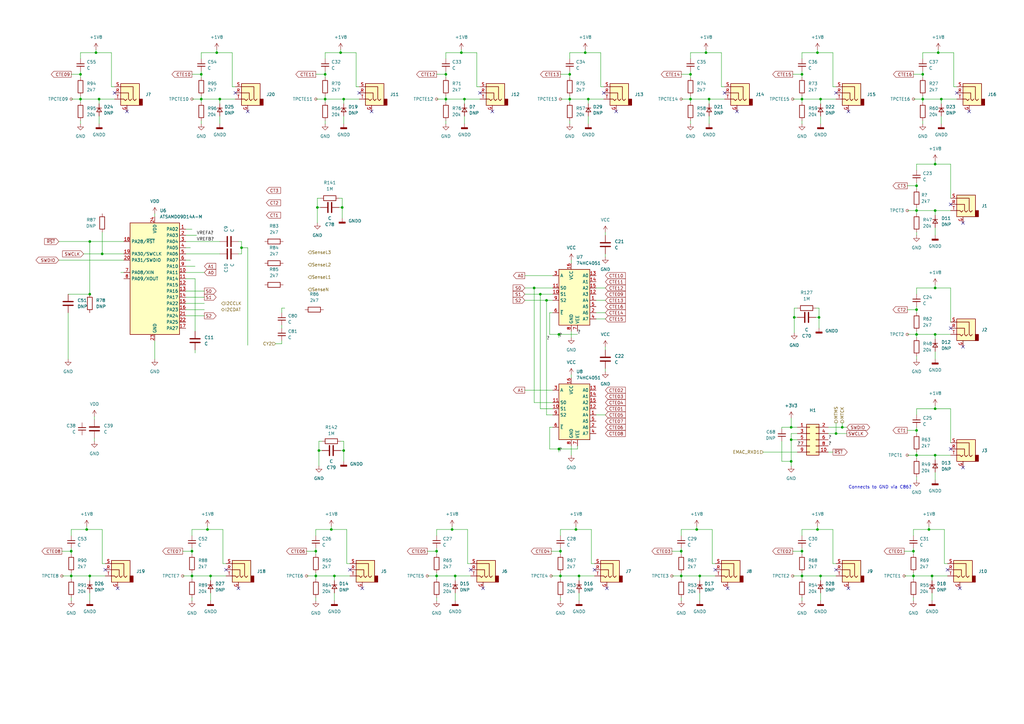
<source format=kicad_sch>
(kicad_sch (version 20211123) (generator eeschema)
  (paper "A3")
  (junction (at 325.755 130.175))
  (junction (at 384.81 21.59))
  (junction (at 29.21 226.06))
  (junction (at 140.97 184.785))
  (junction (at 383.54 118.11))
  (junction (at 41.91 104.14))
  (junction (at 237.49 236.22))
  (junction (at 328.93 236.22))
  (junction (at 133.35 40.64))
  (junction (at 383.54 167.64))
  (junction (at 229.87 236.22))
  (junction (at 335.28 217.17))
  (junction (at 33.02 40.64))
  (junction (at 374.65 236.22))
  (junction (at 240.03 21.59))
  (junction (at 324.485 189.23))
  (junction (at 35.56 217.17))
  (junction (at 383.54 67.31))
  (junction (at 375.92 176.53))
  (junction (at 140.335 85.09))
  (junction (at 233.68 30.48))
  (junction (at 336.55 236.22))
  (junction (at 139.7 21.59))
  (junction (at 40.64 40.64))
  (junction (at 179.07 226.06))
  (junction (at 289.56 21.59))
  (junction (at 285.75 217.17))
  (junction (at 99.06 101.6))
  (junction (at 36.83 120.65))
  (junction (at 133.35 30.48))
  (junction (at 130.175 85.09))
  (junction (at 324.485 180.34))
  (junction (at 381 217.17))
  (junction (at 179.07 236.22))
  (junction (at 39.37 21.59))
  (junction (at 221.615 120.65))
  (junction (at 345.44 175.26))
  (junction (at 383.54 137.16))
  (junction (at 324.485 175.26))
  (junction (at 130.81 184.785))
  (junction (at 85.09 217.17))
  (junction (at 386.08 40.64))
  (junction (at 182.88 40.64))
  (junction (at 86.36 236.22))
  (junction (at 287.02 236.22))
  (junction (at 375.92 186.69))
  (junction (at 375.92 127))
  (junction (at 135.89 217.17))
  (junction (at 328.93 226.06))
  (junction (at 33.02 30.48))
  (junction (at 342.9 177.8))
  (junction (at 283.21 30.48))
  (junction (at 335.915 130.175))
  (junction (at 190.5 40.64))
  (junction (at 29.21 236.22))
  (junction (at 129.54 236.22))
  (junction (at 36.83 99.06))
  (junction (at 335.28 21.59))
  (junction (at 189.23 21.59))
  (junction (at 78.74 226.06))
  (junction (at 137.16 236.22))
  (junction (at 182.88 30.48))
  (junction (at 279.4 226.06))
  (junction (at 129.54 226.06))
  (junction (at 140.97 40.64))
  (junction (at 185.42 217.17))
  (junction (at 328.93 40.64))
  (junction (at 82.55 30.48))
  (junction (at 375.92 76.2))
  (junction (at 375.92 86.36))
  (junction (at 88.9 21.59))
  (junction (at 233.68 40.64))
  (junction (at 383.54 86.36))
  (junction (at 36.83 236.22))
  (junction (at 229.235 184.15))
  (junction (at 374.65 226.06))
  (junction (at 382.27 236.22))
  (junction (at 283.21 40.64))
  (junction (at 186.69 236.22))
  (junction (at 229.235 137.16))
  (junction (at 241.3 40.64))
  (junction (at 219.075 118.11))
  (junction (at 90.17 40.64))
  (junction (at 378.46 30.48))
  (junction (at 229.87 226.06))
  (junction (at 336.55 40.64))
  (junction (at 375.92 137.16))
  (junction (at 82.55 40.64))
  (junction (at 78.74 236.22))
  (junction (at 290.83 40.64))
  (junction (at 224.155 123.19))
  (junction (at 378.46 40.64))
  (junction (at 236.22 217.17))
  (junction (at 383.54 186.69))
  (junction (at 328.93 30.48))
  (junction (at 279.4 236.22))
  (no_connect (at 147.32 38.1))
  (no_connect (at 92.71 233.68))
  (no_connect (at 394.97 191.77))
  (no_connect (at 297.18 38.1))
  (no_connect (at 198.12 241.3))
  (no_connect (at 302.26 45.72))
  (no_connect (at 201.93 45.72))
  (no_connect (at 293.37 233.68))
  (no_connect (at 46.99 38.1))
  (no_connect (at 252.73 45.72))
  (no_connect (at 193.04 233.68))
  (no_connect (at 342.9 233.68))
  (no_connect (at 148.59 241.3))
  (no_connect (at 342.9 38.1))
  (no_connect (at 247.65 38.1))
  (no_connect (at 101.6 45.72))
  (no_connect (at 97.79 241.3))
  (no_connect (at 143.51 233.68))
  (no_connect (at 52.07 45.72))
  (no_connect (at 152.4 45.72))
  (no_connect (at 394.97 91.44))
  (no_connect (at 347.98 45.72))
  (no_connect (at 43.18 233.68))
  (no_connect (at 388.62 233.68))
  (no_connect (at 347.98 241.3))
  (no_connect (at 392.43 38.1))
  (no_connect (at 196.85 38.1))
  (no_connect (at 298.45 241.3))
  (no_connect (at 394.97 142.24))
  (no_connect (at 96.52 38.1))
  (no_connect (at 243.84 233.68))
  (no_connect (at 48.26 241.3))
  (no_connect (at 389.89 134.62))
  (no_connect (at 389.89 83.82))
  (no_connect (at 389.89 184.15))
  (no_connect (at 248.92 241.3))
  (no_connect (at 393.7 241.3))
  (no_connect (at 397.51 45.72))
  (wire (pts (xy 335.915 126.365) (xy 335.915 130.175)))
  (wire (pts (xy 383.54 144.145) (xy 383.54 147.32)))
  (wire (pts (xy 186.69 238.125) (xy 186.69 236.22)))
  (wire (pts (xy 328.93 246.38) (xy 328.93 245.11)))
  (wire (pts (xy 325.12 226.06) (xy 328.93 226.06)))
  (wire (pts (xy 95.25 21.59) (xy 95.25 35.56)))
  (wire (pts (xy 88.9 20.32) (xy 88.9 21.59)))
  (wire (pts (xy 185.42 217.17) (xy 191.77 217.17)))
  (wire (pts (xy 179.07 40.64) (xy 182.88 40.64)))
  (wire (pts (xy 378.46 40.64) (xy 378.46 39.37)))
  (wire (pts (xy 320.675 180.975) (xy 320.675 189.23)))
  (wire (pts (xy 335.28 215.9) (xy 335.28 217.17)))
  (wire (pts (xy 36.83 99.06) (xy 50.8 99.06)))
  (wire (pts (xy 234.315 106.68) (xy 234.315 107.95)))
  (wire (pts (xy 375.92 196.85) (xy 375.92 195.58)))
  (wire (pts (xy 101.6 101.6) (xy 101.6 141.605)))
  (wire (pts (xy 229.87 40.64) (xy 233.68 40.64)))
  (wire (pts (xy 135.89 215.9) (xy 135.89 217.17)))
  (wire (pts (xy 370.84 236.22) (xy 374.65 236.22)))
  (wire (pts (xy 279.4 237.49) (xy 279.4 236.22)))
  (wire (pts (xy 175.26 226.06) (xy 179.07 226.06)))
  (wire (pts (xy 383.54 167.64) (xy 389.89 167.64)))
  (wire (pts (xy 335.28 21.59) (xy 341.63 21.59)))
  (wire (pts (xy 25.4 226.06) (xy 29.21 226.06)))
  (wire (pts (xy 33.02 21.59) (xy 39.37 21.59)))
  (wire (pts (xy 324.485 171.45) (xy 324.485 175.26)))
  (wire (pts (xy 82.55 31.75) (xy 82.55 30.48)))
  (wire (pts (xy 290.83 40.64) (xy 297.18 40.64)))
  (wire (pts (xy 29.21 30.48) (xy 33.02 30.48)))
  (wire (pts (xy 189.23 21.59) (xy 195.58 21.59)))
  (wire (pts (xy 80.01 143.51) (xy 80.01 144.78)))
  (wire (pts (xy 82.55 30.48) (xy 82.55 29.21)))
  (wire (pts (xy 224.155 123.19) (xy 226.695 123.19)))
  (wire (pts (xy 78.74 226.06) (xy 78.74 224.79)))
  (wire (pts (xy 76.2 101.6) (xy 78.105 101.6)))
  (wire (pts (xy 63.5 139.7) (xy 63.5 147.32)))
  (wire (pts (xy 328.93 40.64) (xy 328.93 39.37)))
  (wire (pts (xy 383.54 193.675) (xy 383.54 196.85)))
  (wire (pts (xy 285.75 215.9) (xy 285.75 217.17)))
  (wire (pts (xy 324.485 175.26) (xy 327.025 175.26)))
  (wire (pts (xy 279.4 217.17) (xy 285.75 217.17)))
  (wire (pts (xy 241.3 40.64) (xy 247.65 40.64)))
  (wire (pts (xy 129.54 236.22) (xy 129.54 234.95)))
  (wire (pts (xy 24.13 106.68) (xy 50.8 106.68)))
  (wire (pts (xy 295.91 35.56) (xy 297.18 35.56)))
  (wire (pts (xy 146.05 21.59) (xy 146.05 35.56)))
  (wire (pts (xy 325.755 130.175) (xy 325.755 136.525)))
  (wire (pts (xy 82.55 41.91) (xy 82.55 40.64)))
  (wire (pts (xy 76.2 104.14) (xy 90.17 104.14)))
  (wire (pts (xy 236.855 182.88) (xy 236.855 184.15)))
  (wire (pts (xy 387.35 231.14) (xy 388.62 231.14)))
  (wire (pts (xy 375.92 186.69) (xy 383.54 186.69)))
  (wire (pts (xy 29.21 237.49) (xy 29.21 236.22)))
  (wire (pts (xy 221.615 120.65) (xy 221.615 167.64)))
  (wire (pts (xy 225.425 137.16) (xy 229.235 137.16)))
  (wire (pts (xy 342.9 177.8) (xy 347.345 177.8)))
  (wire (pts (xy 82.55 40.64) (xy 90.17 40.64)))
  (wire (pts (xy 39.37 21.59) (xy 45.72 21.59)))
  (wire (pts (xy 383.54 118.11) (xy 389.89 118.11)))
  (wire (pts (xy 391.16 35.56) (xy 392.43 35.56)))
  (wire (pts (xy 279.4 30.48) (xy 283.21 30.48)))
  (wire (pts (xy 375.92 167.64) (xy 375.92 170.18)))
  (wire (pts (xy 139.7 180.975) (xy 140.97 180.975)))
  (wire (pts (xy 33.02 41.91) (xy 33.02 40.64)))
  (wire (pts (xy 325.12 40.64) (xy 328.93 40.64)))
  (wire (pts (xy 76.2 114.3) (xy 80.01 114.3)))
  (wire (pts (xy 185.42 215.9) (xy 185.42 217.17)))
  (wire (pts (xy 41.91 104.14) (xy 41.91 95.25)))
  (wire (pts (xy 289.56 20.32) (xy 289.56 21.59)))
  (wire (pts (xy 374.65 40.64) (xy 378.46 40.64)))
  (wire (pts (xy 82.55 40.64) (xy 82.55 39.37)))
  (wire (pts (xy 375.92 186.69) (xy 375.92 185.42)))
  (wire (pts (xy 292.1 217.17) (xy 292.1 231.14)))
  (wire (pts (xy 283.21 41.91) (xy 283.21 40.64)))
  (wire (pts (xy 328.93 237.49) (xy 328.93 236.22)))
  (wire (pts (xy 229.87 217.17) (xy 229.87 219.71)))
  (wire (pts (xy 233.68 21.59) (xy 240.03 21.59)))
  (wire (pts (xy 248.285 142.24) (xy 248.285 143.51)))
  (wire (pts (xy 182.88 40.64) (xy 182.88 39.37)))
  (wire (pts (xy 129.54 226.06) (xy 129.54 224.79)))
  (wire (pts (xy 328.93 217.17) (xy 335.28 217.17)))
  (wire (pts (xy 125.73 236.22) (xy 129.54 236.22)))
  (wire (pts (xy 375.92 96.52) (xy 375.92 95.25)))
  (wire (pts (xy 341.63 35.56) (xy 342.9 35.56)))
  (wire (pts (xy 33.02 30.48) (xy 33.02 29.21)))
  (wire (pts (xy 378.46 50.8) (xy 378.46 49.53)))
  (wire (pts (xy 135.89 217.17) (xy 142.24 217.17)))
  (wire (pts (xy 229.87 227.33) (xy 229.87 226.06)))
  (wire (pts (xy 339.725 185.42) (xy 341.63 185.42)))
  (wire (pts (xy 133.35 21.59) (xy 139.7 21.59)))
  (wire (pts (xy 279.4 40.64) (xy 283.21 40.64)))
  (wire (pts (xy 78.74 40.64) (xy 82.55 40.64)))
  (wire (pts (xy 76.2 129.54) (xy 83.82 129.54)))
  (wire (pts (xy 233.68 21.59) (xy 233.68 24.13)))
  (wire (pts (xy 225.425 128.27) (xy 225.425 137.16)))
  (wire (pts (xy 97.79 104.14) (xy 99.06 104.14)))
  (wire (pts (xy 99.06 99.06) (xy 97.79 99.06)))
  (wire (pts (xy 324.485 189.23) (xy 324.485 191.135)))
  (wire (pts (xy 342.9 173.355) (xy 342.9 177.8)))
  (wire (pts (xy 182.88 40.64) (xy 190.5 40.64)))
  (wire (pts (xy 391.16 21.59) (xy 391.16 35.56)))
  (wire (pts (xy 383.54 188.595) (xy 383.54 186.69)))
  (wire (pts (xy 139.7 21.59) (xy 146.05 21.59)))
  (wire (pts (xy 33.02 40.64) (xy 33.02 39.37)))
  (wire (pts (xy 179.07 227.33) (xy 179.07 226.06)))
  (wire (pts (xy 375.92 167.64) (xy 383.54 167.64)))
  (wire (pts (xy 336.55 47.625) (xy 336.55 50.8)))
  (wire (pts (xy 35.56 217.17) (xy 41.91 217.17)))
  (wire (pts (xy 324.485 177.8) (xy 324.485 180.34)))
  (wire (pts (xy 129.54 217.17) (xy 135.89 217.17)))
  (wire (pts (xy 327.025 126.365) (xy 325.755 126.365)))
  (wire (pts (xy 76.2 106.68) (xy 78.105 106.68)))
  (wire (pts (xy 375.92 67.31) (xy 383.54 67.31)))
  (wire (pts (xy 229.235 184.15) (xy 225.425 184.15)))
  (wire (pts (xy 240.03 21.59) (xy 246.38 21.59)))
  (wire (pts (xy 328.93 21.59) (xy 328.93 24.13)))
  (wire (pts (xy 90.17 40.64) (xy 96.52 40.64)))
  (wire (pts (xy 80.01 114.3) (xy 80.01 135.89)))
  (wire (pts (xy 248.285 151.13) (xy 248.285 152.4)))
  (wire (pts (xy 389.89 181.61) (xy 389.89 167.64)))
  (wire (pts (xy 215.265 120.65) (xy 221.615 120.65)))
  (wire (pts (xy 241.3 47.625) (xy 241.3 50.8)))
  (wire (pts (xy 328.93 50.8) (xy 328.93 49.53)))
  (wire (pts (xy 133.35 41.91) (xy 133.35 40.64)))
  (wire (pts (xy 229.235 137.16) (xy 229.235 138.43)))
  (wire (pts (xy 328.93 40.64) (xy 336.55 40.64)))
  (wire (pts (xy 137.16 238.125) (xy 137.16 236.22)))
  (wire (pts (xy 287.02 236.22) (xy 293.37 236.22)))
  (wire (pts (xy 215.265 123.19) (xy 224.155 123.19)))
  (wire (pts (xy 279.4 236.22) (xy 279.4 234.95)))
  (wire (pts (xy 378.46 31.75) (xy 378.46 30.48)))
  (wire (pts (xy 113.03 140.97) (xy 115.57 140.97)))
  (wire (pts (xy 374.65 237.49) (xy 374.65 236.22)))
  (wire (pts (xy 375.92 86.36) (xy 375.92 85.09)))
  (wire (pts (xy 129.54 237.49) (xy 129.54 236.22)))
  (wire (pts (xy 244.475 118.11) (xy 248.285 118.11)))
  (wire (pts (xy 383.54 166.37) (xy 383.54 167.64)))
  (wire (pts (xy 182.88 30.48) (xy 182.88 29.21)))
  (wire (pts (xy 382.27 238.125) (xy 382.27 236.22)))
  (wire (pts (xy 36.83 120.65) (xy 27.94 120.65)))
  (wire (pts (xy 140.97 184.785) (xy 140.97 189.23)))
  (wire (pts (xy 324.485 180.34) (xy 327.025 180.34)))
  (wire (pts (xy 33.02 50.8) (xy 33.02 49.53)))
  (wire (pts (xy 33.02 31.75) (xy 33.02 30.48)))
  (wire (pts (xy 383.54 116.84) (xy 383.54 118.11)))
  (wire (pts (xy 334.645 130.175) (xy 335.915 130.175)))
  (wire (pts (xy 29.21 227.33) (xy 29.21 226.06)))
  (wire (pts (xy 33.02 40.64) (xy 40.64 40.64)))
  (wire (pts (xy 345.44 173.355) (xy 345.44 175.26)))
  (wire (pts (xy 226.06 236.22) (xy 229.87 236.22)))
  (wire (pts (xy 375.92 187.96) (xy 375.92 186.69)))
  (wire (pts (xy 76.2 96.52) (xy 80.645 96.52)))
  (wire (pts (xy 179.07 226.06) (xy 179.07 224.79)))
  (wire (pts (xy 36.83 238.125) (xy 36.83 236.22)))
  (wire (pts (xy 39.37 20.32) (xy 39.37 21.59)))
  (wire (pts (xy 195.58 21.59) (xy 195.58 35.56)))
  (wire (pts (xy 226.695 120.65) (xy 221.615 120.65)))
  (wire (pts (xy 375.92 138.43) (xy 375.92 137.16)))
  (wire (pts (xy 99.06 101.6) (xy 101.6 101.6)))
  (wire (pts (xy 130.81 180.975) (xy 130.81 184.785)))
  (wire (pts (xy 29.21 236.22) (xy 36.83 236.22)))
  (wire (pts (xy 132.08 180.975) (xy 130.81 180.975)))
  (wire (pts (xy 191.77 231.14) (xy 193.04 231.14)))
  (wire (pts (xy 139.7 184.785) (xy 140.97 184.785)))
  (wire (pts (xy 328.93 41.91) (xy 328.93 40.64)))
  (wire (pts (xy 246.38 21.59) (xy 246.38 35.56)))
  (wire (pts (xy 383.54 66.04) (xy 383.54 67.31)))
  (wire (pts (xy 237.49 238.125) (xy 237.49 236.22)))
  (wire (pts (xy 328.93 30.48) (xy 328.93 29.21)))
  (wire (pts (xy 76.2 99.06) (xy 90.17 99.06)))
  (wire (pts (xy 336.55 238.125) (xy 336.55 236.22)))
  (wire (pts (xy 375.92 127) (xy 375.92 125.73)))
  (wire (pts (xy 233.68 40.64) (xy 241.3 40.64)))
  (wire (pts (xy 246.38 35.56) (xy 247.65 35.56)))
  (wire (pts (xy 290.83 47.625) (xy 290.83 50.8)))
  (wire (pts (xy 88.9 21.59) (xy 95.25 21.59)))
  (wire (pts (xy 335.915 130.175) (xy 335.915 134.62)))
  (wire (pts (xy 386.08 40.64) (xy 392.43 40.64)))
  (wire (pts (xy 182.88 21.59) (xy 182.88 24.13)))
  (wire (pts (xy 384.81 21.59) (xy 391.16 21.59)))
  (wire (pts (xy 374.65 236.22) (xy 382.27 236.22)))
  (wire (pts (xy 76.2 127) (xy 83.82 127)))
  (wire (pts (xy 215.265 118.11) (xy 219.075 118.11)))
  (wire (pts (xy 328.93 31.75) (xy 328.93 30.48)))
  (wire (pts (xy 324.485 180.34) (xy 324.485 189.23)))
  (wire (pts (xy 78.74 227.33) (xy 78.74 226.06)))
  (wire (pts (xy 374.65 30.48) (xy 378.46 30.48)))
  (wire (pts (xy 182.88 31.75) (xy 182.88 30.48)))
  (wire (pts (xy 320.675 189.23) (xy 324.485 189.23)))
  (wire (pts (xy 236.22 217.17) (xy 242.57 217.17)))
  (wire (pts (xy 86.36 236.22) (xy 92.71 236.22)))
  (wire (pts (xy 133.35 21.59) (xy 133.35 24.13)))
  (wire (pts (xy 76.2 111.76) (xy 83.82 111.76)))
  (wire (pts (xy 283.21 40.64) (xy 283.21 39.37)))
  (wire (pts (xy 219.075 165.1) (xy 226.695 165.1)))
  (wire (pts (xy 179.07 217.17) (xy 185.42 217.17)))
  (wire (pts (xy 233.68 40.64) (xy 233.68 39.37)))
  (wire (pts (xy 283.21 50.8) (xy 283.21 49.53)))
  (wire (pts (xy 78.74 236.22) (xy 78.74 234.95)))
  (wire (pts (xy 339.725 175.26) (xy 345.44 175.26)))
  (wire (pts (xy 139.065 85.09) (xy 140.335 85.09)))
  (wire (pts (xy 375.92 176.53) (xy 375.92 175.26)))
  (wire (pts (xy 375.92 87.63) (xy 375.92 86.36)))
  (wire (pts (xy 383.54 67.31) (xy 389.89 67.31)))
  (wire (pts (xy 179.07 30.48) (xy 182.88 30.48)))
  (wire (pts (xy 374.65 217.17) (xy 381 217.17)))
  (wire (pts (xy 186.69 243.205) (xy 186.69 246.38)))
  (wire (pts (xy 378.46 30.48) (xy 378.46 29.21)))
  (wire (pts (xy 372.11 137.16) (xy 375.92 137.16)))
  (wire (pts (xy 242.57 217.17) (xy 242.57 231.14)))
  (wire (pts (xy 78.74 236.22) (xy 86.36 236.22)))
  (wire (pts (xy 244.475 130.81) (xy 248.285 130.81)))
  (wire (pts (xy 33.02 21.59) (xy 33.02 24.13)))
  (wire (pts (xy 137.16 236.22) (xy 143.51 236.22)))
  (wire (pts (xy 328.93 217.17) (xy 328.93 219.71)))
  (wire (pts (xy 372.11 186.69) (xy 375.92 186.69)))
  (wire (pts (xy 229.87 226.06) (xy 229.87 224.79)))
  (wire (pts (xy 328.93 236.22) (xy 328.93 234.95)))
  (wire (pts (xy 130.81 184.785) (xy 130.81 191.135)))
  (wire (pts (xy 381 217.17) (xy 387.35 217.17)))
  (wire (pts (xy 179.07 236.22) (xy 179.07 234.95)))
  (wire (pts (xy 24.13 99.06) (xy 36.83 99.06)))
  (wire (pts (xy 225.425 184.15) (xy 225.425 175.26)))
  (wire (pts (xy 125.73 226.06) (xy 129.54 226.06)))
  (wire (pts (xy 237.49 243.205) (xy 237.49 246.38)))
  (wire (pts (xy 324.485 177.8) (xy 327.025 177.8)))
  (wire (pts (xy 229.87 237.49) (xy 229.87 236.22)))
  (wire (pts (xy 91.44 217.17) (xy 91.44 231.14)))
  (wire (pts (xy 41.91 217.17) (xy 41.91 231.14)))
  (wire (pts (xy 139.7 20.32) (xy 139.7 21.59)))
  (wire (pts (xy 375.92 77.47) (xy 375.92 76.2)))
  (wire (pts (xy 328.93 226.06) (xy 328.93 224.79)))
  (wire (pts (xy 140.335 81.28) (xy 140.335 85.09)))
  (wire (pts (xy 45.72 35.56) (xy 46.99 35.56)))
  (wire (pts (xy 86.36 238.125) (xy 86.36 236.22)))
  (wire (pts (xy 375.92 137.16) (xy 383.54 137.16)))
  (wire (pts (xy 387.35 217.17) (xy 387.35 231.14)))
  (wire (pts (xy 133.35 30.48) (xy 133.35 29.21)))
  (wire (pts (xy 384.81 20.32) (xy 384.81 21.59)))
  (wire (pts (xy 133.35 31.75) (xy 133.35 30.48)))
  (wire (pts (xy 335.28 217.17) (xy 341.63 217.17)))
  (wire (pts (xy 41.91 231.14) (xy 43.18 231.14)))
  (wire (pts (xy 78.74 217.17) (xy 78.74 219.71)))
  (wire (pts (xy 383.54 186.69) (xy 389.89 186.69)))
  (wire (pts (xy 229.235 184.15) (xy 229.235 185.42)))
  (wire (pts (xy 242.57 231.14) (xy 243.84 231.14)))
  (wire (pts (xy 372.11 86.36) (xy 375.92 86.36)))
  (wire (pts (xy 36.83 243.205) (xy 36.83 246.38)))
  (wire (pts (xy 383.54 139.065) (xy 383.54 137.16)))
  (wire (pts (xy 142.24 217.17) (xy 142.24 231.14)))
  (wire (pts (xy 279.4 217.17) (xy 279.4 219.71)))
  (wire (pts (xy 215.265 113.03) (xy 226.695 113.03)))
  (wire (pts (xy 229.235 137.16) (xy 236.855 137.16)))
  (wire (pts (xy 29.21 246.38) (xy 29.21 245.11)))
  (wire (pts (xy 336.55 243.205) (xy 336.55 246.38)))
  (wire (pts (xy 381 215.9) (xy 381 217.17)))
  (wire (pts (xy 82.55 21.59) (xy 82.55 24.13)))
  (wire (pts (xy 336.55 42.545) (xy 336.55 40.64)))
  (wire (pts (xy 90.17 47.625) (xy 90.17 50.8)))
  (wire (pts (xy 389.89 81.28) (xy 389.89 67.31)))
  (wire (pts (xy 378.46 21.59) (xy 384.81 21.59)))
  (wire (pts (xy 374.65 217.17) (xy 374.65 219.71)))
  (wire (pts (xy 229.87 217.17) (xy 236.22 217.17)))
  (wire (pts (xy 279.4 236.22) (xy 287.02 236.22)))
  (wire (pts (xy 290.83 42.545) (xy 290.83 40.64)))
  (wire (pts (xy 287.02 243.205) (xy 287.02 246.38)))
  (wire (pts (xy 74.93 236.22) (xy 78.74 236.22)))
  (wire (pts (xy 190.5 40.64) (xy 196.85 40.64)))
  (wire (pts (xy 38.735 170.815) (xy 38.735 172.085)))
  (wire (pts (xy 279.4 246.38) (xy 279.4 245.11)))
  (wire (pts (xy 244.475 123.19) (xy 248.285 123.19)))
  (wire (pts (xy 99.06 101.6) (xy 99.06 104.14)))
  (wire (pts (xy 225.425 175.26) (xy 226.695 175.26)))
  (wire (pts (xy 226.06 226.06) (xy 229.87 226.06)))
  (wire (pts (xy 375.92 76.2) (xy 375.92 74.93)))
  (wire (pts (xy 74.93 226.06) (xy 78.74 226.06)))
  (wire (pts (xy 76.2 124.46) (xy 83.82 124.46)))
  (wire (pts (xy 375.92 177.8) (xy 375.92 176.53)))
  (wire (pts (xy 186.69 236.22) (xy 193.04 236.22)))
  (wire (pts (xy 179.07 236.22) (xy 186.69 236.22)))
  (wire (pts (xy 90.17 42.545) (xy 90.17 40.64)))
  (wire (pts (xy 313.055 185.42) (xy 327.025 185.42)))
  (wire (pts (xy 341.63 231.14) (xy 342.9 231.14)))
  (wire (pts (xy 85.09 215.9) (xy 85.09 217.17)))
  (wire (pts (xy 328.93 21.59) (xy 335.28 21.59)))
  (wire (pts (xy 91.44 231.14) (xy 92.71 231.14)))
  (wire (pts (xy 175.26 236.22) (xy 179.07 236.22)))
  (wire (pts (xy 191.77 217.17) (xy 191.77 231.14)))
  (wire (pts (xy 233.68 30.48) (xy 233.68 29.21)))
  (wire (pts (xy 38.735 179.705) (xy 38.735 180.975)))
  (wire (pts (xy 133.35 40.64) (xy 140.97 40.64)))
  (wire (pts (xy 375.92 128.27) (xy 375.92 127)))
  (wire (pts (xy 130.175 85.09) (xy 131.445 85.09)))
  (wire (pts (xy 335.28 20.32) (xy 335.28 21.59)))
  (wire (pts (xy 285.75 217.17) (xy 292.1 217.17)))
  (wire (pts (xy 219.075 118.11) (xy 219.075 165.1)))
  (wire (pts (xy 341.63 217.17) (xy 341.63 231.14)))
  (wire (pts (xy 221.615 167.64) (xy 226.695 167.64)))
  (wire (pts (xy 226.695 118.11) (xy 219.075 118.11)))
  (wire (pts (xy 229.87 246.38) (xy 229.87 245.11)))
  (wire (pts (xy 275.59 226.06) (xy 279.4 226.06)))
  (wire (pts (xy 85.09 217.17) (xy 91.44 217.17)))
  (wire (pts (xy 133.35 40.64) (xy 133.35 39.37)))
  (wire (pts (xy 142.24 231.14) (xy 143.51 231.14)))
  (wire (pts (xy 99.06 101.6) (xy 99.06 99.06)))
  (wire (pts (xy 229.87 236.22) (xy 229.87 234.95)))
  (wire (pts (xy 76.2 93.98) (xy 78.74 93.98)))
  (wire (pts (xy 224.155 170.18) (xy 224.155 123.19)))
  (wire (pts (xy 182.88 21.59) (xy 189.23 21.59)))
  (wire (pts (xy 146.05 35.56) (xy 147.32 35.56)))
  (wire (pts (xy 78.74 237.49) (xy 78.74 236.22)))
  (wire (pts (xy 233.68 50.8) (xy 233.68 49.53)))
  (wire (pts (xy 182.88 50.8) (xy 182.88 49.53)))
  (wire (pts (xy 95.25 35.56) (xy 96.52 35.56)))
  (wire (pts (xy 374.65 236.22) (xy 374.65 234.95)))
  (wire (pts (xy 244.475 128.27) (xy 248.285 128.27)))
  (wire (pts (xy 386.08 42.545) (xy 386.08 40.64)))
  (wire (pts (xy 370.84 226.06) (xy 374.65 226.06)))
  (wire (pts (xy 76.2 109.22) (xy 80.01 109.22)))
  (wire (pts (xy 287.02 238.125) (xy 287.02 236.22)))
  (wire (pts (xy 325.12 236.22) (xy 328.93 236.22)))
  (wire (pts (xy 140.97 42.545) (xy 140.97 40.64)))
  (wire (pts (xy 215.265 160.02) (xy 226.695 160.02)))
  (wire (pts (xy 375.92 118.11) (xy 375.92 120.65)))
  (wire (pts (xy 140.97 180.975) (xy 140.97 184.785)))
  (wire (pts (xy 341.63 21.59) (xy 341.63 35.56)))
  (wire (pts (xy 29.21 40.64) (xy 33.02 40.64)))
  (wire (pts (xy 179.07 246.38) (xy 179.07 245.11)))
  (wire (pts (xy 40.64 40.64) (xy 46.99 40.64)))
  (wire (pts (xy 115.57 126.365) (xy 116.84 126.365)))
  (wire (pts (xy 82.55 50.8) (xy 82.55 49.53)))
  (wire (pts (xy 389.89 132.08) (xy 389.89 118.11)))
  (wire (pts (xy 378.46 21.59) (xy 378.46 24.13)))
  (wire (pts (xy 383.54 93.345) (xy 383.54 96.52)))
  (wire (pts (xy 35.56 215.9) (xy 35.56 217.17)))
  (wire (pts (xy 248.285 104.14) (xy 248.285 105.41)))
  (wire (pts (xy 234.315 153.67) (xy 234.315 154.94)))
  (wire (pts (xy 50.8 104.14) (xy 41.91 104.14)))
  (wire (pts (xy 279.4 226.06) (xy 279.4 224.79)))
  (wire (pts (xy 275.59 236.22) (xy 279.4 236.22)))
  (wire (pts (xy 324.485 175.26) (xy 320.675 175.26)))
  (wire (pts (xy 244.475 170.18) (xy 248.285 170.18)))
  (wire (pts (xy 382.27 236.22) (xy 388.62 236.22)))
  (wire (pts (xy 229.87 236.22) (xy 237.49 236.22)))
  (wire (pts (xy 29.21 217.17) (xy 29.21 219.71)))
  (wire (pts (xy 233.68 31.75) (xy 233.68 30.48)))
  (wire (pts (xy 248.285 95.25) (xy 248.285 96.52)))
  (wire (pts (xy 386.08 47.625) (xy 386.08 50.8)))
  (wire (pts (xy 375.92 147.32) (xy 375.92 146.05)))
  (wire (pts (xy 76.2 119.38) (xy 83.82 119.38)))
  (wire (pts (xy 234.315 182.88) (xy 234.315 186.69)))
  (wire (pts (xy 374.65 226.06) (xy 374.65 224.79)))
  (wire (pts (xy 45.72 21.59) (xy 45.72 35.56)))
  (wire (pts (xy 375.92 137.16) (xy 375.92 135.89)))
  (wire (pts (xy 190.5 42.545) (xy 190.5 40.64)))
  (wire (pts (xy 29.21 226.06) (xy 29.21 224.79)))
  (wire (pts (xy 139.065 81.28) (xy 140.335 81.28)))
  (wire (pts (xy 325.755 130.175) (xy 327.025 130.175)))
  (wire (pts (xy 279.4 227.33) (xy 279.4 226.06)))
  (wire (pts (xy 189.23 20.32) (xy 189.23 21.59)))
  (wire (pts (xy 133.35 50.8) (xy 133.35 49.53)))
  (wire (pts (xy 226.695 128.27) (xy 225.425 128.27)))
  (wire (pts (xy 339.725 177.8) (xy 342.9 177.8)))
  (wire (pts (xy 78.74 30.48) (xy 82.55 30.48)))
  (wire (pts (xy 334.645 126.365) (xy 335.915 126.365)))
  (wire (pts (xy 383.54 86.36) (xy 389.89 86.36)))
  (wire (pts (xy 130.81 184.785) (xy 132.08 184.785)))
  (wire (pts (xy 40.64 47.625) (xy 40.64 50.8)))
  (wire (pts (xy 36.83 99.06) (xy 36.83 120.65)))
  (wire (pts (xy 140.97 47.625) (xy 140.97 50.8)))
  (wire (pts (xy 76.2 121.92) (xy 83.82 121.92)))
  (wire (pts (xy 182.88 41.91) (xy 182.88 40.64)))
  (wire (pts (xy 140.97 40.64) (xy 147.32 40.64)))
  (wire (pts (xy 283.21 21.59) (xy 289.56 21.59)))
  (wire (pts (xy 336.55 40.64) (xy 342.9 40.64)))
  (wire (pts (xy 328.93 236.22) (xy 336.55 236.22)))
  (wire (pts (xy 325.12 30.48) (xy 328.93 30.48)))
  (wire (pts (xy 82.55 21.59) (xy 88.9 21.59)))
  (wire (pts (xy 375.92 118.11) (xy 383.54 118.11)))
  (wire (pts (xy 233.68 41.91) (xy 233.68 40.64)))
  (wire (pts (xy 383.54 88.265) (xy 383.54 86.36)))
  (wire (pts (xy 78.74 246.38) (xy 78.74 245.11)))
  (wire (pts (xy 129.54 40.64) (xy 133.35 40.64)))
  (wire (pts (xy 372.11 76.2) (xy 375.92 76.2)))
  (wire (pts (xy 27.94 128.27) (xy 27.94 147.32)))
  (wire (pts (xy 130.175 85.09) (xy 130.175 91.44)))
  (wire (pts (xy 129.54 217.17) (xy 129.54 219.71)))
  (wire (pts (xy 374.65 227.33) (xy 374.65 226.06)))
  (wire (pts (xy 34.29 104.14) (xy 41.91 104.14)))
  (wire (pts (xy 29.21 236.22) (xy 29.21 234.95)))
  (wire (pts (xy 382.27 243.205) (xy 382.27 246.38)))
  (wire (pts (xy 283.21 31.75) (xy 283.21 30.48)))
  (wire (pts (xy 29.21 217.17) (xy 35.56 217.17)))
  (wire (pts (xy 328.93 227.33) (xy 328.93 226.06)))
  (wire (pts (xy 289.56 21.59) (xy 295.91 21.59)))
  (wire (pts (xy 241.3 42.545) (xy 241.3 40.64)))
  (wire (pts (xy 295.91 21.59) (xy 295.91 35.56)))
  (wire (pts (xy 179.07 217.17) (xy 179.07 219.71)))
  (wire (pts (xy 378.46 41.91) (xy 378.46 40.64)))
  (wire (pts (xy 345.44 175.26) (xy 347.345 175.26)))
  (wire (pts (xy 336.55 236.22) (xy 342.9 236.22)))
  (wire (pts (xy 36.83 236.22) (xy 43.18 236.22)))
  (wire (pts (xy 49.53 111.76) (xy 50.8 111.76)))
  (wire (pts (xy 372.11 127) (xy 375.92 127)))
  (wire (pts (xy 115.57 133.35) (xy 115.57 134.62)))
  (wire (pts (xy 226.695 170.18) (xy 224.155 170.18)))
  (wire (pts (xy 130.175 81.28) (xy 130.175 85.09)))
  (wire (pts (xy 86.36 243.205) (xy 86.36 246.38)))
  (wire (pts (xy 40.64 42.545) (xy 40.64 40.64)))
  (wire (pts (xy 374.65 246.38) (xy 374.65 245.11)))
  (wire (pts (xy 240.03 20.32) (xy 240.03 21.59)))
  (wire (pts (xy 131.445 81.28) (xy 130.175 81.28)))
  (wire (pts (xy 195.58 35.56) (xy 196.85 35.56)))
  (wire (pts (xy 325.755 126.365) (xy 325.755 130.175)))
  (wire (pts (xy 63.5 87.63) (xy 63.5 88.9)))
  (wire (pts (xy 236.22 215.9) (xy 236.22 217.17)))
  (wire (pts (xy 283.21 30.48) (xy 283.21 29.21)))
  (wire (pts (xy 383.54 137.16) (xy 389.89 137.16)))
  (wire (pts (xy 190.5 47.625) (xy 190.5 50.8)))
  (wire (pts (xy 140.335 85.09) (xy 140.335 89.535)))
  (wire (pts (xy 25.4 236.22) (xy 29.21 236.22)))
  (wire (pts (xy 78.74 217.17) (xy 85.09 217.17)))
  (wire (pts (xy 283.21 40.64) (xy 290.83 40.64)))
  (wire (pts (xy 115.57 128.27) (xy 115.57 126.365)))
  (wire (pts (xy 375.92 86.36) (xy 383.54 86.36)))
  (wire (pts (xy 234.315 135.89) (xy 234.315 138.43)))
  (wire (pts (xy 129.54 236.22) (xy 137.16 236.22)))
  (wire (pts (xy 115.57 139.7) (xy 115.57 140.97)))
  (wire (pts (xy 378.46 40.64) (xy 386.08 40.64)))
  (wire (pts (xy 236.855 184.15) (xy 229.235 184.15)))
  (wire (pts (xy 179.07 237.49) (xy 179.07 236.22)))
  (wire (pts (xy 129.54 30.48) (xy 133.35 30.48)))
  (wire (pts (xy 292.1 231.14) (xy 293.37 231.14)))
  (wire (pts (xy 229.87 30.48) (xy 233.68 30.48)))
  (wire (pts (xy 137.16 243.205) (xy 137.16 246.38)))
  (wire (pts (xy 372.11 176.53) (xy 375.92 176.53)))
  (wire (pts (xy 237.49 236.22) (xy 243.84 236.22)))
  (wire (pts (xy 320.675 175.26) (xy 320.675 175.895)))
  (wire (pts (xy 283.21 21.59) (xy 283.21 24.13)))
  (wire (pts (xy 375.92 67.31) (xy 375.92 69.85)))
  (wire (pts (xy 129.54 246.38) (xy 129.54 245.11)))
  (wire (pts (xy 129.54 227.33) (xy 129.54 226.06)))
  (text "Connects to GND via C86?" (at 347.98 200.66 0) (effects (font (size 1.27 1.27)) (justify left bottom)))
  (label "?" (at 236.855 137.16 0))
  (label "VREFA?" (at 80.645 96.52 0))
  (label "VREFB?" (at 80.645 99.06 0))
  (label "?" (at 229.235 185.42 0))
  (label "?" (at 339.725 182.88 0))
  (label "?" (at 327.025 182.88 0))
  (label "?" (at 229.235 138.3957 0))
  (label "?" (at 224.155 139.7 0))
  (label "?" (at 339.725 180.34 0))
  (global_label "S2" (shape output) (at 83.82 129.54 0) (property "Intersheet References" "${INTERSHEET_REFS}" (effects hide)))
  (global_label "CTE05" (shape output) (at 175.26 226.06 180) (property "Intersheet References" "${INTERSHEET_REFS}" (effects hide)))
  (global_label "CTE08" (shape output) (at 25.4 226.06 180) (property "Intersheet References" "${INTERSHEET_REFS}" (effects hide)))
  (global_label "S1" (shape input) (at 215.265 120.65 180) (property "Intersheet References" "${INTERSHEET_REFS}" (effects hide)))
  (global_label "CTE15" (shape output) (at 325.12 30.48 180) (property "Intersheet References" "${INTERSHEET_REFS}" (effects hide)))
  (global_label "CTE13" (shape output) (at 229.87 30.48 180) (property "Intersheet References" "${INTERSHEET_REFS}" (effects hide)))
  (global_label "CT3" (shape output) (at 372.11 76.2 180) (property "Intersheet References" "${INTERSHEET_REFS}" (effects hide)))
  (global_label "CTE11" (shape input) (at 248.285 115.57 0) (property "Intersheet References" "${INTERSHEET_REFS}" (effects hide)))
  (global_label "S0" (shape output) (at 83.82 119.38 0) (property "Intersheet References" "${INTERSHEET_REFS}" (effects hide)))
  (global_label "CTE07" (shape input) (at 248.285 172.72 0) (property "Intersheet References" "${INTERSHEET_REFS}" (effects hide)))
  (global_label "A1" (shape input) (at 83.82 109.22 0) (property "Intersheet References" "${INTERSHEET_REFS}" (effects hide)))
  (global_label "A1" (shape output) (at 215.265 160.02 180) (property "Intersheet References" "${INTERSHEET_REFS}" (effects hide)))
  (global_label "CTE06" (shape output) (at 125.73 226.06 180) (property "Intersheet References" "${INTERSHEET_REFS}" (effects hide)))
  (global_label "CTE14" (shape output) (at 279.4 30.48 180) (property "Intersheet References" "${INTERSHEET_REFS}" (effects hide)))
  (global_label "CTE10" (shape output) (at 78.74 30.48 180) (property "Intersheet References" "${INTERSHEET_REFS}" (effects hide)))
  (global_label "S0" (shape input) (at 215.265 118.11 180) (property "Intersheet References" "${INTERSHEET_REFS}" (effects hide)))
  (global_label "CTE05" (shape input) (at 248.285 170.18 0) (property "Intersheet References" "${INTERSHEET_REFS}" (effects hide)))
  (global_label "CT1" (shape input) (at 109.22 88.265 0) (property "Intersheet References" "${INTERSHEET_REFS}" (effects hide)))
  (global_label "CTE06" (shape input) (at 248.285 175.26 0) (property "Intersheet References" "${INTERSHEET_REFS}" (effects hide)))
  (global_label "CTE01" (shape output) (at 370.84 226.06 180) (property "Intersheet References" "${INTERSHEET_REFS}" (effects hide)))
  (global_label "CT3" (shape input) (at 109.22 78.105 0) (property "Intersheet References" "${INTERSHEET_REFS}" (effects hide)))
  (global_label "SWCLK" (shape input) (at 34.29 104.14 180) (property "Intersheet References" "${INTERSHEET_REFS}" (effects hide)))
  (global_label "CT1" (shape output) (at 372.11 176.53 180) (property "Intersheet References" "${INTERSHEET_REFS}" (effects hide)))
  (global_label "CTE03" (shape output) (at 275.59 226.06 180) (property "Intersheet References" "${INTERSHEET_REFS}" (effects hide)))
  (global_label "A0" (shape output) (at 215.265 113.03 180) (property "Intersheet References" "${INTERSHEET_REFS}" (effects hide)))
  (global_label "CTE12" (shape output) (at 179.07 30.48 180) (property "Intersheet References" "${INTERSHEET_REFS}" (effects hide)))
  (global_label "CTE16" (shape output) (at 374.65 30.48 180) (property "Intersheet References" "${INTERSHEET_REFS}" (effects hide)))
  (global_label "CTE13" (shape input) (at 248.285 123.19 0) (property "Intersheet References" "${INTERSHEET_REFS}" (effects hide)))
  (global_label "CTE03" (shape input) (at 248.285 162.56 0) (property "Intersheet References" "${INTERSHEET_REFS}" (effects hide)))
  (global_label "SWDIO" (shape bidirectional) (at 347.345 175.26 0) (property "Intersheet References" "${INTERSHEET_REFS}" (effects hide)))
  (global_label "~{RST}" (shape input) (at 24.13 99.06 180) (property "Intersheet References" "${INTERSHEET_REFS}" (effects hide)))
  (global_label "CT2" (shape input) (at 109.22 83.185 0) (property "Intersheet References" "${INTERSHEET_REFS}" (effects hide)))
  (global_label "CTE12" (shape input) (at 248.285 118.11 0) (property "Intersheet References" "${INTERSHEET_REFS}" (effects hide)))
  (global_label "CTE04" (shape output) (at 226.06 226.06 180) (property "Intersheet References" "${INTERSHEET_REFS}" (effects hide)))
  (global_label "S1" (shape output) (at 83.82 121.92 0) (property "Intersheet References" "${INTERSHEET_REFS}" (effects hide)))
  (global_label "CTE10" (shape input) (at 248.285 113.03 0) (property "Intersheet References" "${INTERSHEET_REFS}" (effects hide)))
  (global_label "CTE09" (shape input) (at 248.285 120.65 0) (property "Intersheet References" "${INTERSHEET_REFS}" (effects hide)))
  (global_label "CTE11" (shape output) (at 129.54 30.48 180) (property "Intersheet References" "${INTERSHEET_REFS}" (effects hide)))
  (global_label "CTE04" (shape input) (at 248.285 165.1 0) (property "Intersheet References" "${INTERSHEET_REFS}" (effects hide)))
  (global_label "CTE08" (shape input) (at 248.285 177.8 0) (property "Intersheet References" "${INTERSHEET_REFS}" (effects hide)))
  (global_label "SWCLK" (shape output) (at 347.345 177.8 0) (property "Intersheet References" "${INTERSHEET_REFS}" (effects hide)))
  (global_label "~{RST}" (shape output) (at 341.63 185.42 0) (property "Intersheet References" "${INTERSHEET_REFS}" (effects hide)))
  (global_label "SWDIO" (shape bidirectional) (at 24.13 106.68 180) (property "Intersheet References" "${INTERSHEET_REFS}" (effects hide)))
  (global_label "CTE16" (shape input) (at 248.285 125.73 0) (property "Intersheet References" "${INTERSHEET_REFS}" (effects hide)))
  (global_label "CTE09" (shape output) (at 29.21 30.48 180) (property "Intersheet References" "${INTERSHEET_REFS}" (effects hide)))
  (global_label "CTE14" (shape input) (at 248.285 128.27 0) (property "Intersheet References" "${INTERSHEET_REFS}" (effects hide)))
  (global_label "A0" (shape input) (at 83.82 111.76 0) (property "Intersheet References" "${INTERSHEET_REFS}" (effects hide)))
  (global_label "CTE02" (shape output) (at 325.12 226.06 180) (property "Intersheet References" "${INTERSHEET_REFS}" (effects hide)))
  (global_label "CT2" (shape output) (at 372.11 127 180) (property "Intersheet References" "${INTERSHEET_REFS}" (effects hide)))
  (global_label "CTE07" (shape output) (at 74.93 226.06 180) (property "Intersheet References" "${INTERSHEET_REFS}" (effects hide)))
  (global_label "CTE01" (shape input) (at 248.285 167.64 0) (property "Intersheet References" "${INTERSHEET_REFS}" (effects hide)))
  (global_label "S2" (shape input) (at 215.265 123.19 180) (property "Intersheet References" "${INTERSHEET_REFS}" (effects hide)))
  (global_label "CTE15" (shape input) (at 248.285 130.81 0) (property "Intersheet References" "${INTERSHEET_REFS}" (effects hide)))
  (global_label "CTE02" (shape input) (at 248.285 160.02 0) (property "Intersheet References" "${INTERSHEET_REFS}" (effects hide)))
  (hierarchical_label "SenseL1" (shape input) (at 126.365 113.665 0))
  (hierarchical_label "SenseL2" (shape input) (at 126.365 108.585 0))
  (hierarchical_label "MTMS" (shape output) (at 342.9 173.355 90))
  (hierarchical_label "SenseL3" (shape input) (at 126.365 103.505 0))
  (hierarchical_label "CY2" (shape input) (at 113.03 140.97 180))
  (hierarchical_label "I2CCLK" (shape input) (at 90.805 124.46 0))
  (hierarchical_label "EMAC_RXD1" (shape input) (at 313.055 185.42 180))
  (hierarchical_label "I2CDAT" (shape bidirectional) (at 90.805 127 0))
  (hierarchical_label "SenseN" (shape input) (at 126.365 118.745 0))
  (hierarchical_label "MTCK" (shape output) (at 345.44 173.355 90))
  (symbol (lib_id "Device:C_Small") (at 182.88 26.67 0) (unit 1)
    (property "Reference" "C33" (at 185.42 25.4062 0) (effects (justify left)))
    (property "Value" "C" (at 185.42 27.9462 0) (effects (justify left)))
  )
  (symbol (lib_id "power:+1V8") (at 88.9 20.32 0) (unit 1)
    (property "Reference" "#PWR?" (effects hide))
    (property "Value" "+1V8" (at 88.9 15.24 0))
  )
  (symbol (lib_id "power:GNDD") (at 40.64 50.8 0) (unit 1)
    (property "Reference" "#PWR?" (effects hide))
    (property "Value" "GNDD" (at 40.64 55.245 0))
  )
  (symbol (lib_id "Connector:TestPoint_Small") (at 125.73 236.22 0) (mirror x) (unit 1)
    (property "Reference" "TPCTE6" (at 124.46 236.2199 0) (effects (justify right)))
    (property "Value" "TestPoint_Small" (effects hide))
  )
  (symbol (lib_id "Device:C") (at 27.94 124.46 0) (unit 1)
    (property "Reference" "C51" (at 31.75 123.1899 0) (effects (justify left)))
    (property "Value" "DNP" (at 31.75 125.7299 0) (effects (justify left)))
  )
  (symbol (lib_id "Device:D_Small") (at 186.69 240.665 90) (mirror x) (unit 1)
    (property "Reference" "D15" (at 188.595 239.3949 90) (effects (justify right)))
    (property "Value" "DNP" (at 188.595 241.9349 90) (effects (justify right)))
  )
  (symbol (lib_id "power:GNDD") (at 383.54 96.52 0) (unit 1)
    (property "Reference" "#PWR?" (effects hide))
    (property "Value" "GNDD" (at 383.54 100.965 0))
  )
  (symbol (lib_id "power:GNDD") (at 290.83 50.8 0) (unit 1)
    (property "Reference" "#PWR?" (effects hide))
    (property "Value" "GNDD" (at 290.83 55.245 0))
  )
  (symbol (lib_id "Device:C_Small") (at 78.74 222.25 0) (unit 1)
    (property "Reference" "C52" (at 81.28 220.9862 0) (effects (justify left)))
    (property "Value" "C" (at 81.28 223.5262 0) (effects (justify left)))
  )
  (symbol (lib_id "power:GNDD") (at 186.69 246.38 0) (unit 1)
    (property "Reference" "#PWR?" (effects hide))
    (property "Value" "GNDD" (at 186.69 250.825 0))
  )
  (symbol (lib_id "power:GND") (at 279.4 246.38 0) (unit 1)
    (property "Reference" "#PWR?" (effects hide))
    (property "Value" "GND" (at 279.4 251.46 0))
  )
  (symbol (lib_id "Device:R") (at 279.4 241.3 0) (unit 1)
    (property "Reference" "R53" (at 281.94 240.0299 0) (effects (justify left)))
    (property "Value" "20k" (at 281.94 242.5699 0) (effects (justify left)))
  )
  (symbol (lib_id "Connector:AudioJack3_Ground") (at 252.73 38.1 0) (mirror y) (unit 1)
    (property "Reference" "J13" (at 260.35 38.7349 0) (effects (justify right)))
    (property "Value" "AudioJack3_Ground" (effects hide))
  )
  (symbol (lib_id "power:GND") (at 378.46 50.8 0) (unit 1)
    (property "Reference" "#PWR?" (effects hide))
    (property "Value" "GND" (at 378.46 55.88 0))
  )
  (symbol (lib_id "power:GNDD") (at 383.54 196.85 0) (unit 1)
    (property "Reference" "#PWR?" (effects hide))
    (property "Value" "GNDD" (at 383.54 201.295 0))
  )
  (symbol (lib_id "Device:C_Small") (at 179.07 222.25 0) (unit 1)
    (property "Reference" "C27" (at 181.61 220.9862 0) (effects (justify left)))
    (property "Value" "C" (at 181.61 223.5262 0) (effects (justify left)))
  )
  (symbol (lib_id "Device:R") (at 233.68 35.56 0) (unit 1)
    (property "Reference" "R75" (at 236.22 34.2899 0) (effects (justify left)))
    (property "Value" "2k7" (at 236.22 36.8299 0) (effects (justify left)))
  )
  (symbol (lib_id "power:GND") (at 133.35 50.8 0) (unit 1)
    (property "Reference" "#PWR?" (effects hide))
    (property "Value" "GND" (at 133.35 55.88 0))
  )
  (symbol (lib_id "Device:C_Small") (at 279.4 222.25 0) (unit 1)
    (property "Reference" "C29" (at 281.94 220.9862 0) (effects (justify left)))
    (property "Value" "C" (at 281.94 223.5262 0) (effects (justify left)))
  )
  (symbol (lib_id "74xx:74HC4051") (at 234.315 167.64 0) (unit 1)
    (property "Reference" "U8" (at 236.3344 152.4 0) (effects (justify left)))
    (property "Value" "74HC4051" (at 236.3344 154.94 0) (effects (justify left)))
    (property "Datasheet" "http://www.ti.com/lit/ds/symlink/cd74hc4051.pdf" (effects hide))
  )
  (symbol (lib_id "Connector:TestPoint_Small") (at 175.26 236.22 0) (mirror x) (unit 1)
    (property "Reference" "TPCTE5" (at 173.99 236.2199 0) (effects (justify right)))
    (property "Value" "TestPoint_Small" (effects hide))
  )
  (symbol (lib_id "power:GNDD") (at 86.36 246.38 0) (unit 1)
    (property "Reference" "#PWR?" (effects hide))
    (property "Value" "GNDD" (at 86.36 250.825 0))
  )
  (symbol (lib_id "Device:D_Small") (at 137.16 240.665 90) (mirror x) (unit 1)
    (property "Reference" "D14" (at 139.065 239.3949 90) (effects (justify right)))
    (property "Value" "DNP" (at 139.065 241.9349 90) (effects (justify right)))
  )
  (symbol (lib_id "power:VCC") (at 248.285 142.24 0) (unit 1)
    (property "Reference" "#PWR?" (effects hide))
    (property "Value" "VCC" (at 248.285 137.16 0))
  )
  (symbol (lib_id "power:GNDD") (at 237.49 246.38 0) (unit 1)
    (property "Reference" "#PWR?" (effects hide))
    (property "Value" "GNDD" (at 237.49 250.825 0))
  )
  (symbol (lib_id "Device:C") (at 248.285 100.33 180) (unit 1)
    (property "Reference" "C21" (at 252.095 99.0599 0) (effects (justify right)))
    (property "Value" "C" (at 252.095 101.5999 0) (effects (justify right)))
  )
  (symbol (lib_id "power:+1V8") (at 383.54 116.84 0) (unit 1)
    (property "Reference" "#PWR?" (effects hide))
    (property "Value" "+1V8" (at 383.54 111.76 0))
  )
  (symbol (lib_id "Connector:AudioJack3_Ground") (at 248.92 233.68 0) (mirror y) (unit 1)
    (property "Reference" "J7" (at 256.54 234.3149 0) (effects (justify right)))
    (property "Value" "AudioJack3_Ground" (effects hide))
  )
  (symbol (lib_id "Device:R") (at 128.905 127 270) (mirror x) (unit 1)
    (property "Reference" "R86" (at 128.905 120.65 90))
    (property "Value" "2k7" (at 128.905 123.19 90))
  )
  (symbol (lib_id "Connector:AudioJack3_Ground") (at 97.79 233.68 0) (mirror y) (unit 1)
    (property "Reference" "J18" (at 105.41 234.3149 0) (effects (justify right)))
    (property "Value" "AudioJack3_Ground" (effects hide))
  )
  (symbol (lib_id "Device:R") (at 112.395 116.84 270) (mirror x) (unit 1)
    (property "Reference" "R85" (at 112.395 110.49 90))
    (property "Value" "2k7" (at 112.395 113.03 90))
  )
  (symbol (lib_id "Connector:TestPoint_Small") (at 129.54 40.64 0) (mirror x) (unit 1)
    (property "Reference" "TPCTE11" (at 128.27 40.6399 0) (effects (justify right)))
    (property "Value" "TestPoint_Small" (effects hide))
  )
  (symbol (lib_id "Connector:AudioJack3_Ground") (at 298.45 233.68 0) (mirror y) (unit 1)
    (property "Reference" "J8" (at 306.07 234.3149 0) (effects (justify right)))
    (property "Value" "AudioJack3_Ground" (effects hide))
  )
  (symbol (lib_id "Device:C_Small") (at 115.57 137.16 0) (unit 1)
    (property "Reference" "C81" (at 118.11 135.8962 0) (effects (justify left)))
    (property "Value" "C" (at 118.11 138.4362 0) (effects (justify left)))
  )
  (symbol (lib_id "power:GNDD") (at 336.55 246.38 0) (unit 1)
    (property "Reference" "#PWR?" (effects hide))
    (property "Value" "GNDD" (at 336.55 250.825 0))
  )
  (symbol (lib_id "Device:D_Small") (at 241.3 45.085 90) (mirror x) (unit 1)
    (property "Reference" "D29" (at 243.205 43.8149 90) (effects (justify right)))
    (property "Value" "DNP" (at 243.205 46.3549 90) (effects (justify right)))
  )
  (symbol (lib_id "Device:R") (at 229.87 231.14 0) (unit 1)
    (property "Reference" "R67" (at 232.41 229.8699 0) (effects (justify left)))
    (property "Value" "2k7" (at 232.41 232.4099 0) (effects (justify left)))
  )
  (symbol (lib_id "Device:R") (at 179.07 231.14 0) (unit 1)
    (property "Reference" "R65" (at 181.61 229.8699 0) (effects (justify left)))
    (property "Value" "2k7" (at 181.61 232.4099 0) (effects (justify left)))
  )
  (symbol (lib_id "Device:D_Small") (at 190.5 45.085 90) (mirror x) (unit 1)
    (property "Reference" "D?" (at 192.405 43.8149 90) (effects (justify right)))
    (property "Value" "DNP" (at 192.405 46.3549 90) (effects (justify right)))
  )
  (symbol (lib_id "power:GNDD") (at 287.02 246.38 0) (unit 1)
    (property "Reference" "#PWR?" (effects hide))
    (property "Value" "GNDD" (at 287.02 250.825 0))
  )
  (symbol (lib_id "power:GNDD") (at 140.97 189.23 0) (unit 1)
    (property "Reference" "#PWR?" (effects hide))
    (property "Value" "GNDD" (at 143.51 190.3094 0) (effects (justify left)))
  )
  (symbol (lib_id "Device:R") (at 328.93 35.56 0) (unit 1)
    (property "Reference" "R73" (at 331.47 34.2899 0) (effects (justify left)))
    (property "Value" "2k7" (at 331.47 36.8299 0) (effects (justify left)))
  )
  (symbol (lib_id "Device:R") (at 378.46 45.72 0) (unit 1)
    (property "Reference" "R60" (at 381 44.4499 0) (effects (justify left)))
    (property "Value" "20k" (at 381 46.9899 0) (effects (justify left)))
  )
  (symbol (lib_id "power:GND") (at 78.74 246.38 0) (unit 1)
    (property "Reference" "#PWR?" (effects hide))
    (property "Value" "GND" (at 78.74 251.46 0))
  )
  (symbol (lib_id "power:GND") (at 82.55 50.8 0) (unit 1)
    (property "Reference" "#PWR?" (effects hide))
    (property "Value" "GND" (at 82.55 55.88 0))
  )
  (symbol (lib_id "Device:C") (at 135.89 184.785 270) (mirror x) (unit 1)
    (property "Reference" "C79" (at 135.89 191.77 90))
    (property "Value" "C" (at 135.89 189.23 90))
  )
  (symbol (lib_id "power:GND") (at 182.88 50.8 0) (unit 1)
    (property "Reference" "#PWR?" (effects hide))
    (property "Value" "GND" (at 182.88 55.88 0))
  )
  (symbol (lib_id "Connector:AudioJack3_Ground") (at 394.97 134.62 0) (mirror y) (unit 1)
    (property "Reference" "J2" (at 402.59 135.2549 0) (effects (justify right)))
    (property "Value" "AudioJack3_Ground" (effects hide))
  )
  (symbol (lib_id "Connector:TestPoint_Small") (at 325.12 40.64 0) (mirror x) (unit 1)
    (property "Reference" "TPCTE15" (at 323.85 40.6399 0) (effects (justify right)))
    (property "Value" "TestPoint_Small" (effects hide))
  )
  (symbol (lib_id "Connector:TestPoint_Small") (at 279.4 40.64 0) (mirror x) (unit 1)
    (property "Reference" "TPCTE14" (at 278.13 40.6399 0) (effects (justify right)))
    (property "Value" "TestPoint_Small" (effects hide))
  )
  (symbol (lib_id "Device:R") (at 375.92 181.61 0) (unit 1)
    (property "Reference" "R63" (at 377.825 180.3399 0) (effects (justify left)))
    (property "Value" "2k7" (at 377.825 182.8799 0) (effects (justify left)))
  )
  (symbol (lib_id "Connector:AudioJack3_Ground") (at 393.7 233.68 0) (mirror y) (unit 1)
    (property "Reference" "J10" (at 401.32 234.3149 0) (effects (justify right)))
    (property "Value" "AudioJack3_Ground" (effects hide))
  )
  (symbol (lib_id "Device:C_Small") (at 33.02 26.67 0) (unit 1)
    (property "Reference" "C55" (at 35.56 25.4062 0) (effects (justify left)))
    (property "Value" "C" (at 35.56 27.9462 0) (effects (justify left)))
  )
  (symbol (lib_id "Device:R") (at 112.395 99.06 270) (mirror x) (unit 1)
    (property "Reference" "R83" (at 112.395 92.71 90))
    (property "Value" "2k7" (at 112.395 95.25 90))
  )
  (symbol (lib_id "Device:R") (at 375.92 191.77 0) (unit 1)
    (property "Reference" "R49" (at 377.825 190.4999 0) (effects (justify left)))
    (property "Value" "20k" (at 377.825 193.0399 0) (effects (justify left)))
  )
  (symbol (lib_id "power:+1V8") (at 335.28 215.9 0) (unit 1)
    (property "Reference" "#PWR?" (effects hide))
    (property "Value" "+1V8" (at 335.28 210.82 0))
  )
  (symbol (lib_id "power:GND") (at 375.92 96.52 0) (unit 1)
    (property "Reference" "#PWR?" (effects hide))
    (property "Value" "GND" (at 375.92 101.6 0))
  )
  (symbol (lib_id "Device:R") (at 78.74 231.14 0) (unit 1)
    (property "Reference" "R88" (at 81.28 229.8699 0) (effects (justify left)))
    (property "Value" "2k7" (at 81.28 232.4099 0) (effects (justify left)))
  )
  (symbol (lib_id "Device:C") (at 93.98 99.06 90) (unit 1)
    (property "Reference" "C9" (at 92.7099 95.255 0) (effects (justify left)))
    (property "Value" "C" (at 95.2499 95.255 0) (effects (justify left)))
  )
  (symbol (lib_id "Device:C_Small") (at 328.93 222.25 0) (unit 1)
    (property "Reference" "C30" (at 331.47 220.9862 0) (effects (justify left)))
    (property "Value" "C" (at 331.47 223.5262 0) (effects (justify left)))
  )
  (symbol (lib_id "power:+1V8") (at 384.81 20.32 0) (unit 1)
    (property "Reference" "#PWR?" (effects hide))
    (property "Value" "+1V8" (at 384.81 15.24 0))
  )
  (symbol (lib_id "power:GNDD") (at 190.5 50.8 0) (unit 1)
    (property "Reference" "#PWR?" (effects hide))
    (property "Value" "GNDD" (at 190.5 55.245 0))
  )
  (symbol (lib_id "power:GND") (at 130.175 91.44 0) (unit 1)
    (property "Reference" "#PWR?" (effects hide))
    (property "Value" "GND" (at 130.175 96.52 0))
  )
  (symbol (lib_id "Device:R") (at 33.02 45.72 0) (unit 1)
    (property "Reference" "R95" (at 35.56 44.4499 0) (effects (justify left)))
    (property "Value" "20k" (at 35.56 46.9899 0) (effects (justify left)))
  )
  (symbol (lib_id "power:GNDD") (at 140.335 89.535 0) (unit 1)
    (property "Reference" "#PWR?" (effects hide))
    (property "Value" "GNDD" (at 142.875 90.6144 0) (effects (justify left)))
  )
  (symbol (lib_id "power:GND") (at 328.93 50.8 0) (unit 1)
    (property "Reference" "#PWR?" (effects hide))
    (property "Value" "GND" (at 328.93 55.88 0))
  )
  (symbol (lib_id "Device:D_Small") (at 383.54 191.135 90) (mirror x) (unit 1)
    (property "Reference" "D13" (at 386.08 189.8649 90) (effects (justify right)))
    (property "Value" "DNP" (at 386.08 192.4049 90) (effects (justify right)))
  )
  (symbol (lib_id "power:+1V8") (at 35.56 215.9 0) (unit 1)
    (property "Reference" "#PWR?" (effects hide))
    (property "Value" "+1V8" (at 35.56 210.82 0))
  )
  (symbol (lib_id "power:GND") (at 248.285 152.4 0) (unit 1)
    (property "Reference" "#PWR?" (effects hide))
    (property "Value" "GND" (at 248.285 157.48 0))
  )
  (symbol (lib_id "Device:D_Small") (at 86.36 240.665 90) (mirror x) (unit 1)
    (property "Reference" "D27" (at 88.265 239.3949 90) (effects (justify right)))
    (property "Value" "DNP" (at 88.265 241.9349 90) (effects (justify right)))
  )
  (symbol (lib_id "Device:R") (at 129.54 241.3 0) (unit 1)
    (property "Reference" "R64" (at 132.08 240.0299 0) (effects (justify left)))
    (property "Value" "20k" (at 132.08 242.5699 0) (effects (justify left)))
  )
  (symbol (lib_id "power:GNDD") (at 90.17 50.8 0) (unit 1)
    (property "Reference" "#PWR?" (effects hide))
    (property "Value" "GNDD" (at 90.17 55.245 0))
  )
  (symbol (lib_id "Device:C_Small") (at 375.92 123.19 0) (unit 1)
    (property "Reference" "C24" (at 378.46 121.9262 0) (effects (justify left)))
    (property "Value" "C" (at 378.46 124.4662 0) (effects (justify left)))
  )
  (symbol (lib_id "power:GNDD") (at 383.54 147.32 0) (unit 1)
    (property "Reference" "#PWR?" (effects hide))
    (property "Value" "GNDD" (at 383.54 151.765 0))
  )
  (symbol (lib_id "power:GNDD") (at 241.3 50.8 0) (unit 1)
    (property "Reference" "#PWR?" (effects hide))
    (property "Value" "GNDD" (at 241.3 55.245 0))
  )
  (symbol (lib_id "Device:R") (at 112.395 107.95 270) (mirror x) (unit 1)
    (property "Reference" "R84" (at 112.395 101.6 90))
    (property "Value" "2k7" (at 112.395 104.14 90))
  )
  (symbol (lib_id "power:VDD") (at 63.5 87.63 0) (unit 1)
    (property "Reference" "#PWR?" (effects hide))
    (property "Value" "VDD" (at 63.5 82.55 0))
  )
  (symbol (lib_id "Device:R") (at 233.68 45.72 0) (unit 1)
    (property "Reference" "R57" (at 236.22 44.4499 0) (effects (justify left)))
    (property "Value" "20k" (at 236.22 46.9899 0) (effects (justify left)))
  )
  (symbol (lib_id "Device:R") (at 82.55 45.72 0) (unit 1)
    (property "Reference" "R96" (at 85.09 44.4499 0) (effects (justify left)))
    (property "Value" "20k" (at 85.09 46.9899 0) (effects (justify left)))
  )
  (symbol (lib_id "Device:C_Small") (at 375.92 72.39 0) (unit 1)
    (property "Reference" "C23" (at 378.46 71.1262 0) (effects (justify left)))
    (property "Value" "C" (at 378.46 73.6662 0) (effects (justify left)))
  )
  (symbol (lib_id "power:GND") (at 234.315 138.43 0) (unit 1)
    (property "Reference" "#PWR?" (effects hide))
    (property "Value" "GND" (at 234.315 143.51 0))
  )
  (symbol (lib_id "Device:D_Small") (at 290.83 45.085 90) (mirror x) (unit 1)
    (property "Reference" "D21" (at 292.735 43.8149 90) (effects (justify right)))
    (property "Value" "DNP" (at 292.735 46.3549 90) (effects (justify right)))
  )
  (symbol (lib_id "Device:R") (at 29.21 231.14 0) (unit 1)
    (property "Reference" "R90" (at 31.75 229.8699 0) (effects (justify left)))
    (property "Value" "2k7" (at 31.75 232.4099 0) (effects (justify left)))
  )
  (symbol (lib_id "Connector:AudioJack3_Ground") (at 302.26 38.1 0) (mirror y) (unit 1)
    (property "Reference" "J14" (at 309.88 38.7349 0) (effects (justify right)))
    (property "Value" "AudioJack3_Ground" (effects hide))
  )
  (symbol (lib_id "Device:D_Small") (at 383.54 90.805 90) (mirror x) (unit 1)
    (property "Reference" "D11" (at 386.08 89.5349 90) (effects (justify right)))
    (property "Value" "DNP" (at 386.08 92.0749 90) (effects (justify right)))
  )
  (symbol (lib_id "Device:C_Small") (at 374.65 222.25 0) (unit 1)
    (property "Reference" "C31" (at 377.19 220.9862 0) (effects (justify left)))
    (property "Value" "C" (at 377.19 223.5262 0) (effects (justify left)))
  )
  (symbol (lib_id "power:GND") (at 130.81 191.135 0) (unit 1)
    (property "Reference" "#PWR?" (effects hide))
    (property "Value" "GND" (at 130.81 196.215 0))
  )
  (symbol (lib_id "Device:R") (at 328.93 45.72 0) (unit 1)
    (property "Reference" "R59" (at 331.47 44.4499 0) (effects (justify left)))
    (property "Value" "20k" (at 331.47 46.9899 0) (effects (justify left)))
  )
  (symbol (lib_id "Device:R") (at 182.88 45.72 0) (unit 1)
    (property "Reference" "R76" (at 185.42 44.4499 0) (effects (justify left)))
    (property "Value" "20k" (at 185.42 46.9899 0) (effects (justify left)))
  )
  (symbol (lib_id "Device:C") (at 80.01 139.7 0) (unit 1)
    (property "Reference" "C11" (at 83.82 138.4299 0) (effects (justify left)))
    (property "Value" "C" (at 83.82 140.9699 0) (effects (justify left)))
  )
  (symbol (lib_id "power:VDD") (at 38.735 170.815 0) (unit 1)
    (property "Reference" "#PWR?" (effects hide))
    (property "Value" "VDD" (at 38.735 165.735 0))
  )
  (symbol (lib_id "power:+1V8") (at 39.37 20.32 0) (unit 1)
    (property "Reference" "#PWR?" (effects hide))
    (property "Value" "+1V8" (at 39.37 15.24 0))
  )
  (symbol (lib_id "Device:C_Small") (at 375.92 172.72 0) (unit 1)
    (property "Reference" "C25" (at 378.46 171.4562 0) (effects (justify left)))
    (property "Value" "C" (at 378.46 173.9962 0) (effects (justify left)))
  )
  (symbol (lib_id "Connector:TestPoint_Small") (at 74.93 236.22 0) (mirror x) (unit 1)
    (property "Reference" "TPCTE7" (at 73.66 236.2199 0) (effects (justify right)))
    (property "Value" "TestPoint_Small" (effects hide))
  )
  (symbol (lib_id "power:+1V8") (at 240.03 20.32 0) (unit 1)
    (property "Reference" "#PWR?" (effects hide))
    (property "Value" "+1V8" (at 240.03 15.24 0))
  )
  (symbol (lib_id "Connector:AudioJack3_Ground") (at 397.51 38.1 0) (mirror y) (unit 1)
    (property "Reference" "J16" (at 405.13 38.7349 0) (effects (justify right)))
    (property "Value" "AudioJack3_Ground" (effects hide))
  )
  (symbol (lib_id "Device:D_Small") (at 336.55 45.085 90) (mirror x) (unit 1)
    (property "Reference" "D22" (at 338.455 43.8149 90) (effects (justify right)))
    (property "Value" "DNP" (at 338.455 46.3549 90) (effects (justify right)))
  )
  (symbol (lib_id "Device:C_Small") (at 133.35 26.67 0) (unit 1)
    (property "Reference" "C32" (at 135.89 25.4062 0) (effects (justify left)))
    (property "Value" "C" (at 135.89 27.9462 0) (effects (justify left)))
  )
  (symbol (lib_id "power:VCC") (at 234.315 153.67 0) (unit 1)
    (property "Reference" "#PWR?" (effects hide))
    (property "Value" "VCC" (at 234.315 148.59 0))
  )
  (symbol (lib_id "power:GND") (at 179.07 246.38 0) (unit 1)
    (property "Reference" "#PWR?" (effects hide))
    (property "Value" "GND" (at 179.07 251.46 0))
  )
  (symbol (lib_id "power:GND") (at 374.65 246.38 0) (unit 1)
    (property "Reference" "#PWR?" (effects hide))
    (property "Value" "GND" (at 374.65 251.46 0))
  )
  (symbol (lib_id "Connector:TestPoint_Small") (at 179.07 40.64 0) (mirror x) (unit 1)
    (property "Reference" "TPCTE12" (at 177.8 40.6399 0) (effects (justify right)))
    (property "Value" "TestPoint_Small" (effects hide))
  )
  (symbol (lib_id "power:GND") (at 29.21 246.38 0) (unit 1)
    (property "Reference" "#PWR?" (effects hide))
    (property "Value" "GND" (at 29.21 251.46 0))
  )
  (symbol (lib_id "Connector:AudioJack3_Ground") (at 52.07 38.1 0) (mirror y) (unit 1)
    (property "Reference" "J?" (at 59.69 38.7349 0) (effects (justify right)))
    (property "Value" "AudioJack3_Ground" (effects hide))
  )
  (symbol (lib_id "Device:C_Small") (at 229.87 222.25 0) (unit 1)
    (property "Reference" "C28" (at 232.41 220.9862 0) (effects (justify left)))
    (property "Value" "C" (at 232.41 223.5262 0) (effects (justify left)))
  )
  (symbol (lib_id "Device:R") (at 129.54 231.14 0) (unit 1)
    (property "Reference" "R50" (at 132.08 229.8699 0) (effects (justify left)))
    (property "Value" "2k7" (at 132.08 232.4099 0) (effects (justify left)))
  )
  (symbol (lib_id "Connector:TestPoint_Small") (at 29.21 40.64 0) (mirror x) (unit 1)
    (property "Reference" "TPCTE09" (at 27.94 40.6399 0) (effects (justify right)))
    (property "Value" "TestPoint_Small" (effects hide))
  )
  (symbol (lib_id "Device:R") (at 133.35 35.56 0) (unit 1)
    (property "Reference" "R70" (at 135.89 34.2899 0) (effects (justify left)))
    (property "Value" "2k7" (at 135.89 36.8299 0) (effects (justify left)))
  )
  (symbol (lib_id "Device:D_Small") (at 336.55 240.665 90) (mirror x) (unit 1)
    (property "Reference" "D28" (at 338.455 239.3949 90) (effects (justify right)))
    (property "Value" "DNP" (at 338.455 241.9349 90) (effects (justify right)))
  )
  (symbol (lib_id "Connector:AudioJack3_Ground") (at 101.6 38.1 0) (mirror y) (unit 1)
    (property "Reference" "J20" (at 109.22 38.7349 0) (effects (justify right)))
    (property "Value" "AudioJack3_Ground" (effects hide))
  )
  (symbol (lib_id "power:GNDD") (at 335.915 134.62 0) (unit 1)
    (property "Reference" "#PWR?" (effects hide))
    (property "Value" "GNDD" (at 338.455 135.6994 0) (effects (justify left)))
  )
  (symbol (lib_id "Device:C") (at 248.285 147.32 180) (unit 1)
    (property "Reference" "C22" (at 252.095 146.0499 0) (effects (justify right)))
    (property "Value" "C" (at 252.095 148.5899 0) (effects (justify right)))
  )
  (symbol (lib_id "Device:R") (at 33.02 35.56 0) (unit 1)
    (property "Reference" "R94" (at 35.56 34.2899 0) (effects (justify left)))
    (property "Value" "2k7" (at 35.56 36.8299 0) (effects (justify left)))
  )
  (symbol (lib_id "power:GND") (at 38.735 180.975 0) (unit 1)
    (property "Reference" "#PWR?" (effects hide))
    (property "Value" "GND" (at 38.735 186.055 0))
  )
  (symbol (lib_id "Device:R") (at 374.65 231.14 0) (unit 1)
    (property "Reference" "R69" (at 377.19 229.8699 0) (effects (justify left)))
    (property "Value" "2k7" (at 377.19 232.4099 0) (effects (justify left)))
  )
  (symbol (lib_id "power:GND") (at 33.02 50.8 0) (unit 1)
    (property "Reference" "#PWR?" (effects hide))
    (property "Value" "GND" (at 33.02 55.88 0))
  )
  (symbol (lib_id "Device:D_Small") (at 386.08 45.085 90) (mirror x) (unit 1)
    (property "Reference" "D23" (at 387.985 43.8149 90) (effects (justify right)))
    (property "Value" "DNP" (at 387.985 46.3549 90) (effects (justify right)))
  )
  (symbol (lib_id "power:+3V3") (at 324.485 171.45 0) (unit 1)
    (property "Reference" "#PWR?" (effects hide))
    (property "Value" "+3V3" (at 324.485 166.37 0))
  )
  (symbol (lib_id "Device:C_Small") (at 129.54 222.25 0) (unit 1)
    (property "Reference" "C26" (at 132.08 220.9862 0) (effects (justify left)))
    (property "Value" "C" (at 132.08 223.5262 0) (effects (justify left)))
  )
  (symbol (lib_id "Device:C_Small") (at 29.21 222.25 0) (unit 1)
    (property "Reference" "C53" (at 31.75 220.9862 0) (effects (justify left)))
    (property "Value" "C" (at 31.75 223.5262 0) (effects (justify left)))
  )
  (symbol (lib_id "Device:R") (at 283.21 35.56 0) (unit 1)
    (property "Reference" "R74" (at 285.75 34.2899 0) (effects (justify left)))
    (property "Value" "2k7" (at 285.75 36.8299 0) (effects (justify left)))
  )
  (symbol (lib_id "Connector:AudioJack3_Ground") (at 201.93 38.1 0) (mirror y) (unit 1)
    (property "Reference" "J12" (at 209.55 38.7349 0) (effects (justify right)))
    (property "Value" "AudioJack3_Ground" (effects hide))
  )
  (symbol (lib_id "power:GND") (at 324.485 191.135 0) (unit 1)
    (property "Reference" "#PWR?" (effects hide))
    (property "Value" "GND" (at 324.485 196.215 0))
  )
  (symbol (lib_id "power:GND") (at 233.68 50.8 0) (unit 1)
    (property "Reference" "#PWR?" (effects hide))
    (property "Value" "GND" (at 233.68 55.88 0))
  )
  (symbol (lib_id "Device:C_Small") (at 283.21 26.67 0) (unit 1)
    (property "Reference" "C35" (at 285.75 25.4062 0) (effects (justify left)))
    (property "Value" "C" (at 285.75 27.9462 0) (effects (justify left)))
  )
  (symbol (lib_id "power:VCC") (at 234.315 106.68 0) (unit 1)
    (property "Reference" "#PWR?" (effects hide))
    (property "Value" "VCC" (at 234.315 101.6 0))
  )
  (symbol (lib_id "Device:R") (at 133.35 45.72 0) (unit 1)
    (property "Reference" "R56" (at 135.89 44.4499 0) (effects (justify left)))
    (property "Value" "20k" (at 135.89 46.9899 0) (effects (justify left)))
  )
  (symbol (lib_id "power:GND") (at 325.755 136.525 0) (unit 1)
    (property "Reference" "#PWR?" (effects hide))
    (property "Value" "GND" (at 325.755 141.605 0))
  )
  (symbol (lib_id "Device:R") (at 283.21 45.72 0) (unit 1)
    (property "Reference" "R58" (at 285.75 44.4499 0) (effects (justify left)))
    (property "Value" "20k" (at 285.75 46.9899 0) (effects (justify left)))
  )
  (symbol (lib_id "Connector:AudioJack3_Ground") (at 394.97 83.82 0) (mirror y) (unit 1)
    (property "Reference" "J1" (at 402.59 84.4549 0) (effects (justify right)))
    (property "Value" "AudioJack3_Ground" (effects hide))
  )
  (symbol (lib_id "Device:C_Small") (at 82.55 26.67 0) (unit 1)
    (property "Reference" "C54" (at 85.09 25.4062 0) (effects (justify left)))
    (property "Value" "C" (at 85.09 27.9462 0) (effects (justify left)))
  )
  (symbol (lib_id "power:+1V8") (at 335.28 20.32 0) (unit 1)
    (property "Reference" "#PWR?" (effects hide))
    (property "Value" "+1V8" (at 335.28 15.24 0))
  )
  (symbol (lib_id "Device:R") (at 330.835 126.365 90) (unit 1)
    (property "Reference" "R127" (at 330.835 120.015 90))
    (property "Value" "1M" (at 330.835 122.555 90))
  )
  (symbol (lib_id "Connector:AudioJack3_Ground") (at 152.4 38.1 0) (mirror y) (unit 1)
    (property "Reference" "J11" (at 160.02 38.7349 0) (effects (justify right)))
    (property "Value" "AudioJack3_Ground" (effects hide))
  )
  (symbol (lib_id "power:+1V8") (at 236.22 215.9 0) (unit 1)
    (property "Reference" "#PWR?" (effects hide))
    (property "Value" "+1V8" (at 236.22 210.82 0))
  )
  (symbol (lib_id "Device:R") (at 375.92 132.08 0) (unit 1)
    (property "Reference" "R62" (at 378.46 130.8099 0) (effects (justify left)))
    (property "Value" "2k7" (at 378.46 133.3499 0) (effects (justify left)))
  )
  (symbol (lib_id "Device:C_Small") (at 33.655 175.895 0) (mirror x) (unit 1)
    (property "Reference" "C38" (at 31.115 174.6185 0) (effects (justify right)))
    (property "Value" "C" (at 31.115 177.1585 0) (effects (justify right)))
  )
  (symbol (lib_id "Device:R") (at 36.83 124.46 0) (unit 1)
    (property "Reference" "R78" (at 39.37 123.1899 0) (effects (justify left)))
    (property "Value" "DNP" (at 39.37 125.7299 0) (effects (justify left)))
  )
  (symbol (lib_id "Connector:TestPoint_Small") (at 372.11 137.16 0) (mirror x) (unit 1)
    (property "Reference" "TPCT2" (at 370.84 137.1599 0) (effects (justify right)))
    (property "Value" "TestPoint_Small" (effects hide))
  )
  (symbol (lib_id "74xx:74HC4051") (at 234.315 120.65 0) (unit 1)
    (property "Reference" "U7" (at 236.3344 105.41 0) (effects (justify left)))
    (property "Value" "74HC4051" (at 236.3344 107.95 0) (effects (justify left)))
    (property "Datasheet" "http://www.ti.com/lit/ds/symlink/cd74hc4051.pdf" (effects hide))
  )
  (symbol (lib_id "Device:D_Small") (at 140.97 45.085 90) (mirror x) (unit 1)
    (property "Reference" "D19" (at 142.875 43.8149 90) (effects (justify right)))
    (property "Value" "DNP" (at 142.875 46.3549 90) (effects (justify right)))
  )
  (symbol (lib_id "Device:R") (at 229.87 241.3 0) (unit 1)
    (property "Reference" "R53" (at 232.41 240.0299 0) (effects (justify left)))
    (property "Value" "20k" (at 232.41 242.5699 0) (effects (justify left)))
  )
  (symbol (lib_id "Device:C_Small") (at 115.57 130.81 0) (unit 1)
    (property "Reference" "C80" (at 118.11 129.5462 0) (effects (justify left)))
    (property "Value" "C" (at 118.11 132.0862 0) (effects (justify left)))
  )
  (symbol (lib_id "power:GND") (at 283.21 50.8 0) (unit 1)
    (property "Reference" "#PWR?" (effects hide))
    (property "Value" "GND" (at 283.21 55.88 0))
  )
  (symbol (lib_id "power:+1V8") (at 139.7 20.32 0) (unit 1)
    (property "Reference" "#PWR?" (effects hide))
    (property "Value" "+1V8" (at 139.7 15.24 0))
  )
  (symbol (lib_id "Device:C_Small") (at 233.68 26.67 0) (unit 1)
    (property "Reference" "C34" (at 236.22 25.4062 0) (effects (justify left)))
    (property "Value" "C" (at 236.22 27.9462 0) (effects (justify left)))
  )
  (symbol (lib_id "Device:C_Small") (at 378.46 26.67 0) (unit 1)
    (property "Reference" "C37" (at 381 25.4062 0) (effects (justify left)))
    (property "Value" "C" (at 381 27.9462 0) (effects (justify left)))
  )
  (symbol (lib_id "Device:D_Small") (at 237.49 240.665 90) (mirror x) (unit 1)
    (property "Reference" "D16" (at 239.395 239.3949 90) (effects (justify right)))
    (property "Value" "DNP" (at 239.395 241.9349 90) (effects (justify right)))
  )
  (symbol (lib_id "Device:C") (at 330.835 130.175 270) (mirror x) (unit 1)
    (property "Reference" "C70" (at 330.835 137.795 90))
    (property "Value" "C" (at 330.835 135.255 90))
  )
  (symbol (lib_id "Connector:TestPoint_Small") (at 25.4 236.22 0) (mirror x) (unit 1)
    (property "Reference" "TPCTE8" (at 24.13 236.2199 0) (effects (justify right)))
    (property "Value" "TestPoint_Small" (effects hide))
  )
  (symbol (lib_id "Device:R") (at 279.4 231.14 0) (unit 1)
    (property "Reference" "R67" (at 281.94 229.8699 0) (effects (justify left)))
    (property "Value" "2k7" (at 281.94 232.4099 0) (effects (justify left)))
  )
  (symbol (lib_id "Device:D_Small") (at 287.02 240.665 90) (mirror x) (unit 1)
    (property "Reference" "D17" (at 288.925 239.3949 90) (effects (justify right)))
    (property "Value" "DNP" (at 288.925 241.9349 90) (effects (justify right)))
  )
  (symbol (lib_id "Device:R") (at 328.93 231.14 0) (unit 1)
    (property "Reference" "R68" (at 331.47 229.8699 0) (effects (justify left)))
    (property "Value" "2k7" (at 331.47 232.4099 0) (effects (justify left)))
  )
  (symbol (lib_id "MCU_Microchip_SAMD:ATSAMD09D14A-M") (at 63.5 114.3 0) (unit 1)
    (property "Reference" "U6" (at 65.5194 86.36 0) (effects (justify left)))
    (property "Value" "ATSAMD09D14A-M" (at 65.5194 88.9 0) (effects (justify left)))
    (property "Footprint" "Package_DFN_QFN:QFN-24-1EP_4x4mm_P0.5mm_EP2.6x2.6mm" (effects hide))
    (property "Datasheet" "http://ww1.microchip.com/downloads/en/DeviceDoc/Atmel-42414-SAM-D09_Datasheet.pdf" (effects hide))
  )
  (symbol (lib_id "Connector:AudioJack3_Ground") (at 347.98 233.68 0) (mirror y) (unit 1)
    (property "Reference" "J9" (at 355.6 234.3149 0) (effects (justify right)))
    (property "Value" "AudioJack3_Ground" (effects hide))
  )
  (symbol (lib_id "Device:C_Small") (at 328.93 26.67 0) (unit 1)
    (property "Reference" "C36" (at 331.47 25.4062 0) (effects (justify left)))
    (property "Value" "C" (at 331.47 27.9462 0) (effects (justify left)))
  )
  (symbol (lib_id "power:GND") (at 375.92 196.85 0) (unit 1)
    (property "Reference" "#PWR?" (effects hide))
    (property "Value" "GND" (at 375.92 201.93 0))
  )
  (symbol (lib_id "Connector:TestPoint_Small") (at 370.84 236.22 0) (mirror x) (unit 1)
    (property "Reference" "TPCTE1" (at 369.57 236.2199 0) (effects (justify right)))
    (property "Value" "TestPoint_Small" (effects hide))
  )
  (symbol (lib_id "power:GND") (at 375.92 147.32 0) (unit 1)
    (property "Reference" "#PWR?" (effects hide))
    (property "Value" "GND" (at 375.92 152.4 0))
  )
  (symbol (lib_id "Connector:TestPoint_Small") (at 275.59 236.22 0) (mirror x) (unit 1)
    (property "Reference" "TPCTE3" (at 274.32 236.2199 0) (effects (justify right)))
    (property "Value" "TestPoint_Small" (effects hide))
  )
  (symbol (lib_id "Connector:TestPoint_Small") (at 78.74 40.64 0) (mirror x) (unit 1)
    (property "Reference" "TPCTE10" (at 77.47 40.6399 0) (effects (justify right)))
    (property "Value" "TestPoint_Small" (effects hide))
  )
  (symbol (lib_id "Connector_Generic:Conn_02x05_Odd_Even") (at 332.105 180.34 0) (unit 1)
    (property "Reference" "H1" (at 333.375 168.275 0))
    (property "Value" "Conn_02x05_Odd_Even" (effects hide))
  )
  (symbol (lib_id "power:GNDD") (at 137.16 246.38 0) (unit 1)
    (property "Reference" "#PWR?" (effects hide))
    (property "Value" "GNDD" (at 137.16 250.825 0))
  )
  (symbol (lib_id "Device:D_Small") (at 40.64 45.085 90) (mirror x) (unit 1)
    (property "Reference" "D24" (at 42.545 43.8149 90) (effects (justify right)))
    (property "Value" "DNP" (at 42.545 46.3549 90) (effects (justify right)))
  )
  (symbol (lib_id "Device:R") (at 375.92 91.44 0) (unit 1)
    (property "Reference" "R47" (at 378.46 90.1699 0) (effects (justify left)))
    (property "Value" "20k" (at 378.46 92.7099 0) (effects (justify left)))
  )
  (symbol (lib_id "power:GND") (at 248.285 105.41 0) (unit 1)
    (property "Reference" "#PWR?" (effects hide))
    (property "Value" "GND" (at 248.285 110.49 0))
  )
  (symbol (lib_id "power:GND") (at 229.87 246.38 0) (unit 1)
    (property "Reference" "#PWR?" (effects hide))
    (property "Value" "GND" (at 229.87 251.46 0))
  )
  (symbol (lib_id "power:+1V8") (at 185.42 215.9 0) (unit 1)
    (property "Reference" "#PWR?" (effects hide))
    (property "Value" "+1V8" (at 185.42 210.82 0))
  )
  (symbol (lib_id "Device:R") (at 41.91 91.44 0) (mirror y) (unit 1)
    (property "Reference" "R87" (at 39.37 90.1699 0) (effects (justify left)))
    (property "Value" "DNP" (at 39.37 92.7099 0) (effects (justify left)))
  )
  (symbol (lib_id "Device:R") (at 135.255 81.28 90) (unit 1)
    (property "Reference" "R141" (at 135.255 74.93 90))
    (property "Value" "1M" (at 135.255 77.47 90))
  )
  (symbol (lib_id "Connector:TestPoint_Small") (at 229.87 40.64 0) (mirror x) (unit 1)
    (property "Reference" "TPCTE13" (at 228.6 40.6399 0) (effects (justify right)))
    (property "Value" "TestPoint_Small" (effects hide))
  )
  (symbol (lib_id "Device:C") (at 93.98 104.14 90) (mirror x) (unit 1)
    (property "Reference" "C10" (at 92.7099 107.95 0) (effects (justify left)))
    (property "Value" "C" (at 95.2499 107.95 0) (effects (justify left)))
  )
  (symbol (lib_id "Device:R") (at 328.93 241.3 0) (unit 1)
    (property "Reference" "R54" (at 331.47 240.0299 0) (effects (justify left)))
    (property "Value" "20k" (at 331.47 242.5699 0) (effects (justify left)))
  )
  (symbol (lib_id "Device:C_Small") (at 320.675 178.435 0) (mirror x) (unit 1)
    (property "Reference" "C68" (at 318.135 177.1585 0) (effects (justify right)))
    (property "Value" "DNP" (at 318.135 179.6985 0) (effects (justify right)))
  )
  (symbol (lib_id "Connector:TestPoint_Small") (at 226.06 236.22 0) (mirror x) (unit 1)
    (property "Reference" "TPCTE4" (at 224.79 236.2199 0) (effects (justify right)))
    (property "Value" "TestPoint_Small" (effects hide))
  )
  (symbol (lib_id "Device:C") (at 38.735 175.895 0) (unit 1)
    (property "Reference" "C39" (at 42.545 174.6249 0) (effects (justify left)))
    (property "Value" "C" (at 42.545 177.1649 0) (effects (justify left)))
  )
  (symbol (lib_id "power:+1V8") (at 285.75 215.9 0) (unit 1)
    (property "Reference" "#PWR?" (effects hide))
    (property "Value" "+1V8" (at 285.75 210.82 0))
  )
  (symbol (lib_id "Connector:TestPoint_Small") (at 325.12 236.22 0) (mirror x) (unit 1)
    (property "Reference" "TPCTE2" (at 323.85 236.2199 0) (effects (justify right)))
    (property "Value" "TestPoint_Small" (effects hide))
  )
  (symbol (lib_id "Connector:AudioJack3_Ground") (at 394.97 184.15 0) (mirror y) (unit 1)
    (property "Reference" "J3" (at 402.59 184.7849 0) (effects (justify right)))
    (property "Value" "AudioJack3_Ground" (effects hide))
  )
  (symbol (lib_id "Device:R") (at 82.55 35.56 0) (unit 1)
    (property "Reference" "R95" (at 85.09 34.2899 0) (effects (justify left)))
    (property "Value" "2k7" (at 85.09 36.8299 0) (effects (justify left)))
  )
  (symbol (lib_id "Connector:AudioJack3_Ground") (at 148.59 233.68 0) (mirror y) (unit 1)
    (property "Reference" "J5" (at 156.21 234.3149 0) (effects (justify right)))
    (property "Value" "AudioJack3_Ground" (effects hide))
  )
  (symbol (lib_id "power:+1V8") (at 383.54 66.04 0) (unit 1)
    (property "Reference" "#PWR?" (effects hide))
    (property "Value" "+1V8" (at 383.54 60.96 0))
  )
  (symbol (lib_id "power:+1V8") (at 383.54 166.37 0) (unit 1)
    (property "Reference" "#PWR?" (effects hide))
    (property "Value" "+1V8" (at 383.54 161.29 0))
  )
  (symbol (lib_id "power:GNDD") (at 382.27 246.38 0) (unit 1)
    (property "Reference" "#PWR?" (effects hide))
    (property "Value" "GNDD" (at 382.27 250.825 0))
  )
  (symbol (lib_id "Connector:AudioJack3_Ground") (at 48.26 233.68 0) (mirror y) (unit 1)
    (property "Reference" "J19" (at 55.88 234.3149 0) (effects (justify right)))
    (property "Value" "AudioJack3_Ground" (effects hide))
  )
  (symbol (lib_id "power:GNDD") (at 140.97 50.8 0) (unit 1)
    (property "Reference" "#PWR?" (effects hide))
    (property "Value" "GNDD" (at 140.97 55.245 0))
  )
  (symbol (lib_id "Device:R") (at 374.65 241.3 0) (unit 1)
    (property "Reference" "R55" (at 377.19 240.0299 0) (effects (justify left)))
    (property "Value" "20k" (at 377.19 242.5699 0) (effects (justify left)))
  )
  (symbol (lib_id "power:GNDD") (at 336.55 50.8 0) (unit 1)
    (property "Reference" "#PWR?" (effects hide))
    (property "Value" "GNDD" (at 336.55 55.245 0))
  )
  (symbol (lib_id "Connector:TestPoint_Small") (at 372.11 186.69 0) (mirror x) (unit 1)
    (property "Reference" "TPCT1" (at 370.205 186.6899 0) (effects (justify right)))
    (property "Value" "TestPoint_Small" (effects hide))
  )
  (symbol (lib_id "power:+1V8") (at 381 215.9 0) (unit 1)
    (property "Reference" "#PWR?" (effects hide))
    (property "Value" "+1V8" (at 381 210.82 0))
  )
  (symbol (lib_id "power:GND") (at 234.315 186.69 0) (unit 1)
    (property "Reference" "#PWR?" (effects hide))
    (property "Value" "GND" (at 234.315 191.77 0))
  )
  (symbol (lib_id "Device:D_Small") (at 90.17 45.085 90) (mirror x) (unit 1)
    (property "Reference" "D25" (at 92.075 43.8149 90) (effects (justify right)))
    (property "Value" "DNP" (at 92.075 46.3549 90) (effects (justify right)))
  )
  (symbol (lib_id "Device:R") (at 78.74 241.3 0) (unit 1)
    (property "Reference" "R89" (at 81.28 240.0299 0) (effects (justify left)))
    (property "Value" "20k" (at 81.28 242.5699 0) (effects (justify left)))
  )
  (symbol (lib_id "power:+1V8") (at 135.89 215.9 0) (unit 1)
    (property "Reference" "#PWR?" (effects hide))
    (property "Value" "+1V8" (at 135.89 210.82 0))
  )
  (symbol (lib_id "Device:R") (at 29.21 241.3 0) (unit 1)
    (property "Reference" "R91" (at 31.75 240.0299 0) (effects (justify left)))
    (property "Value" "20k" (at 31.75 242.5699 0) (effects (justify left)))
  )
  (symbol (lib_id "Device:R") (at 375.92 81.28 0) (unit 1)
    (property "Reference" "R?" (at 377.825 80.0099 0) (effects (justify left)))
    (property "Value" "2k7" (at 377.825 82.5499 0) (effects (justify left)))
  )
  (symbol (lib_id "power:+1V8") (at 189.23 20.32 0) (unit 1)
    (property "Reference" "#PWR?" (effects hide))
    (property "Value" "+1V8" (at 189.23 15.24 0))
  )
  (symbol (lib_id "power:+1V8") (at 85.09 215.9 0) (unit 1)
    (property "Reference" "#PWR?" (effects hide))
    (property "Value" "+1V8" (at 85.09 210.82 0))
  )
  (symbol (lib_id "power:GND") (at 27.94 147.32 0) (unit 1)
    (property "Reference" "#PWR?" (effects hide))
    (property "Value" "GND" (at 27.94 152.4 0))
  )
  (symbol (lib_id "Device:D_Small") (at 382.27 240.665 90) (mirror x) (unit 1)
    (property "Reference" "D18" (at 384.175 239.3949 90) (effects (justify right)))
    (property "Value" "DNP" (at 384.175 241.9349 90) (effects (justify right)))
  )
  (symbol (lib_id "power:+1V8") (at 289.56 20.32 0) (unit 1)
    (property "Reference" "#PWR?" (effects hide))
    (property "Value" "+1V8" (at 289.56 15.24 0))
  )
  (symbol (lib_id "Device:R") (at 182.88 35.56 0) (unit 1)
    (property "Reference" "R71" (at 185.42 34.2899 0) (effects (justify left)))
    (property "Value" "2k7" (at 185.42 36.8299 0) (effects (justify left)))
  )
  (symbol (lib_id "power:GNDD") (at 36.83 246.38 0) (unit 1)
    (property "Reference" "#PWR?" (effects hide))
    (property "Value" "GNDD" (at 36.83 250.825 0))
  )
  (symbol (lib_id "Connector:AudioJack3_Ground") (at 347.98 38.1 0) (mirror y) (unit 1)
    (property "Reference" "J15" (at 355.6 38.7349 0) (effects (justify right)))
    (property "Value" "AudioJack3_Ground" (effects hide))
  )
  (symbol (lib_id "Connector:AudioJack3_Ground") (at 198.12 233.68 0) (mirror y) (unit 1)
    (property "Reference" "J6" (at 205.74 234.3149 0) (effects (justify right)))
    (property "Value" "AudioJack3_Ground" (effects hide))
  )
  (symbol (lib_id "power:GND") (at 63.5 147.32 0) (unit 1)
    (property "Reference" "#PWR?" (effects hide))
    (property "Value" "GND" (at 63.5 152.4 0))
  )
  (symbol (lib_id "Device:C") (at 135.255 85.09 90) (mirror x) (unit 1)
    (property "Reference" "C78" (at 135.255 92.075 90))
    (property "Value" "C" (at 135.255 89.535 90))
  )
  (symbol (lib_id "power:GND") (at 129.54 246.38 0) (unit 1)
    (property "Reference" "#PWR?" (effects hide))
    (property "Value" "GND" (at 129.54 251.46 0))
  )
  (symbol (lib_id "power:GND") (at 328.93 246.38 0) (unit 1)
    (property "Reference" "#PWR?" (effects hide))
    (property "Value" "GND" (at 328.93 251.46 0))
  )
  (symbol (lib_id "Device:R") (at 375.92 142.24 0) (unit 1)
    (property "Reference" "R48" (at 378.46 140.9699 0) (effects (justify left)))
    (property "Value" "20k" (at 378.46 143.5099 0) (effects (justify left)))
  )
  (symbol (lib_id "Connector:TestPoint_Small") (at 372.11 86.36 0) (mirror x) (unit 1)
    (property "Reference" "TPCT3" (at 370.84 86.3599 0) (effects (justify right)))
    (property "Value" "TestPoint_Small" (effects hide))
  )
  (symbol (lib_id "Device:D_Small") (at 36.83 240.665 90) (mirror x) (unit 1)
    (property "Reference" "D26" (at 38.735 239.3949 90) (effects (justify right)))
    (property "Value" "DNP" (at 38.735 241.9349 90) (effects (justify right)))
  )
  (symbol (lib_id "Device:R") (at 135.89 180.975 90) (unit 1)
    (property "Reference" "R142" (at 135.89 175.26 90))
    (property "Value" "1M" (at 135.89 177.8 90))
  )
  (symbol (lib_id "Device:D_Small") (at 383.54 141.605 90) (mirror x) (unit 1)
    (property "Reference" "D12" (at 386.08 140.3349 90) (effects (justify right)))
    (property "Value" "DNP" (at 386.08 142.8749 90) (effects (justify right)))
  )
  (symbol (lib_id "power:GNDD") (at 386.08 50.8 0) (unit 1)
    (property "Reference" "#PWR?" (effects hide))
    (property "Value" "GNDD" (at 386.08 55.245 0))
  )
  (symbol (lib_id "Connector:TestPoint_Small") (at 374.65 40.64 0) (mirror x) (unit 1)
    (property "Reference" "TPCTE16" (at 373.38 40.6399 0) (effects (justify right)))
    (property "Value" "TestPoint_Small" (effects hide))
  )
  (symbol (lib_id "Device:R") (at 179.07 241.3 0) (unit 1)
    (property "Reference" "R51" (at 181.61 240.0299 0) (effects (justify left)))
    (property "Value" "20k" (at 181.61 242.5699 0) (effects (justify left)))
  )
  (symbol (lib_id "power:VCC") (at 248.285 95.25 0) (unit 1)
    (property "Reference" "#PWR?" (effects hide))
    (property "Value" "VCC" (at 248.285 90.17 0))
  )
  (symbol (lib_id "Device:R") (at 378.46 35.56 0) (unit 1)
    (property "Reference" "R27" (at 381 34.2899 0) (effects (justify left)))
    (property "Value" "2k7" (at 381 36.8299 0) (effects (justify left)))
  )
)
</source>
